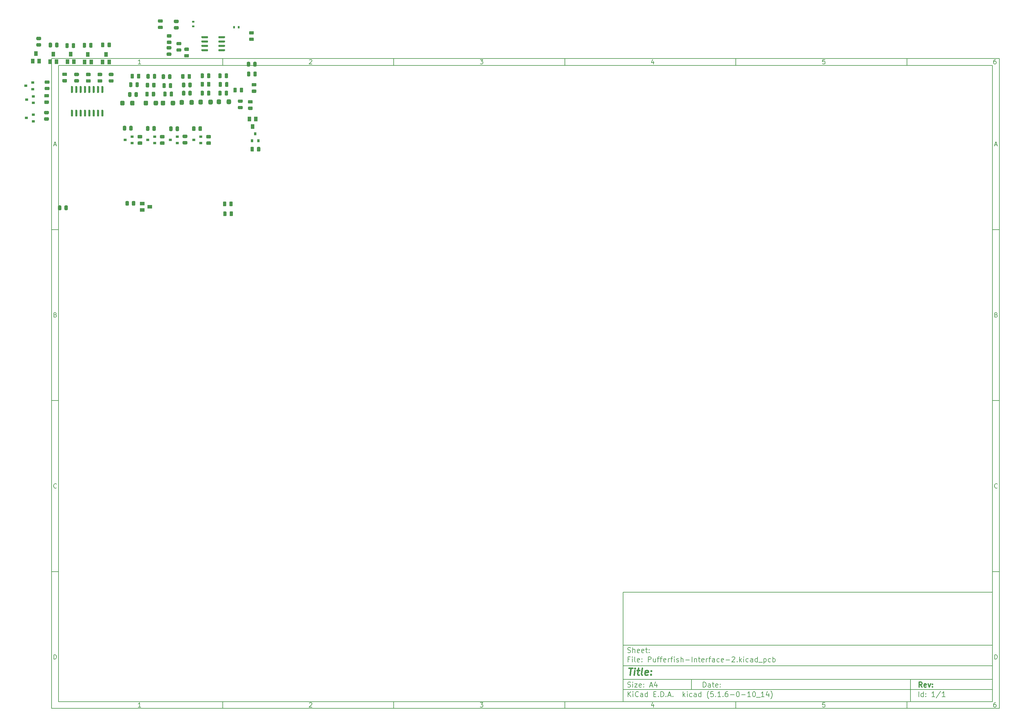
<source format=gbr>
G04 #@! TF.GenerationSoftware,KiCad,Pcbnew,(5.1.6-0-10_14)*
G04 #@! TF.CreationDate,2020-10-01T10:53:29-04:00*
G04 #@! TF.ProjectId,Pufferfish-Interface-2,50756666-6572-4666-9973-682d496e7465,rev?*
G04 #@! TF.SameCoordinates,Original*
G04 #@! TF.FileFunction,Paste,Top*
G04 #@! TF.FilePolarity,Positive*
%FSLAX46Y46*%
G04 Gerber Fmt 4.6, Leading zero omitted, Abs format (unit mm)*
G04 Created by KiCad (PCBNEW (5.1.6-0-10_14)) date 2020-10-01 10:53:29*
%MOMM*%
%LPD*%
G01*
G04 APERTURE LIST*
%ADD10C,0.100000*%
%ADD11C,0.150000*%
%ADD12C,0.300000*%
%ADD13C,0.400000*%
%ADD14R,0.800000X0.900000*%
%ADD15R,1.000000X1.400000*%
%ADD16R,0.600000X0.700000*%
%ADD17R,0.700000X0.600000*%
%ADD18R,1.400000X1.000000*%
%ADD19R,0.900000X0.800000*%
G04 APERTURE END LIST*
D10*
D11*
X177002200Y-166007200D02*
X177002200Y-198007200D01*
X285002200Y-198007200D01*
X285002200Y-166007200D01*
X177002200Y-166007200D01*
D10*
D11*
X10000000Y-10000000D02*
X10000000Y-200007200D01*
X287002200Y-200007200D01*
X287002200Y-10000000D01*
X10000000Y-10000000D01*
D10*
D11*
X12000000Y-12000000D02*
X12000000Y-198007200D01*
X285002200Y-198007200D01*
X285002200Y-12000000D01*
X12000000Y-12000000D01*
D10*
D11*
X60000000Y-12000000D02*
X60000000Y-10000000D01*
D10*
D11*
X110000000Y-12000000D02*
X110000000Y-10000000D01*
D10*
D11*
X160000000Y-12000000D02*
X160000000Y-10000000D01*
D10*
D11*
X210000000Y-12000000D02*
X210000000Y-10000000D01*
D10*
D11*
X260000000Y-12000000D02*
X260000000Y-10000000D01*
D10*
D11*
X36065476Y-11588095D02*
X35322619Y-11588095D01*
X35694047Y-11588095D02*
X35694047Y-10288095D01*
X35570238Y-10473809D01*
X35446428Y-10597619D01*
X35322619Y-10659523D01*
D10*
D11*
X85322619Y-10411904D02*
X85384523Y-10350000D01*
X85508333Y-10288095D01*
X85817857Y-10288095D01*
X85941666Y-10350000D01*
X86003571Y-10411904D01*
X86065476Y-10535714D01*
X86065476Y-10659523D01*
X86003571Y-10845238D01*
X85260714Y-11588095D01*
X86065476Y-11588095D01*
D10*
D11*
X135260714Y-10288095D02*
X136065476Y-10288095D01*
X135632142Y-10783333D01*
X135817857Y-10783333D01*
X135941666Y-10845238D01*
X136003571Y-10907142D01*
X136065476Y-11030952D01*
X136065476Y-11340476D01*
X136003571Y-11464285D01*
X135941666Y-11526190D01*
X135817857Y-11588095D01*
X135446428Y-11588095D01*
X135322619Y-11526190D01*
X135260714Y-11464285D01*
D10*
D11*
X185941666Y-10721428D02*
X185941666Y-11588095D01*
X185632142Y-10226190D02*
X185322619Y-11154761D01*
X186127380Y-11154761D01*
D10*
D11*
X236003571Y-10288095D02*
X235384523Y-10288095D01*
X235322619Y-10907142D01*
X235384523Y-10845238D01*
X235508333Y-10783333D01*
X235817857Y-10783333D01*
X235941666Y-10845238D01*
X236003571Y-10907142D01*
X236065476Y-11030952D01*
X236065476Y-11340476D01*
X236003571Y-11464285D01*
X235941666Y-11526190D01*
X235817857Y-11588095D01*
X235508333Y-11588095D01*
X235384523Y-11526190D01*
X235322619Y-11464285D01*
D10*
D11*
X285941666Y-10288095D02*
X285694047Y-10288095D01*
X285570238Y-10350000D01*
X285508333Y-10411904D01*
X285384523Y-10597619D01*
X285322619Y-10845238D01*
X285322619Y-11340476D01*
X285384523Y-11464285D01*
X285446428Y-11526190D01*
X285570238Y-11588095D01*
X285817857Y-11588095D01*
X285941666Y-11526190D01*
X286003571Y-11464285D01*
X286065476Y-11340476D01*
X286065476Y-11030952D01*
X286003571Y-10907142D01*
X285941666Y-10845238D01*
X285817857Y-10783333D01*
X285570238Y-10783333D01*
X285446428Y-10845238D01*
X285384523Y-10907142D01*
X285322619Y-11030952D01*
D10*
D11*
X60000000Y-198007200D02*
X60000000Y-200007200D01*
D10*
D11*
X110000000Y-198007200D02*
X110000000Y-200007200D01*
D10*
D11*
X160000000Y-198007200D02*
X160000000Y-200007200D01*
D10*
D11*
X210000000Y-198007200D02*
X210000000Y-200007200D01*
D10*
D11*
X260000000Y-198007200D02*
X260000000Y-200007200D01*
D10*
D11*
X36065476Y-199595295D02*
X35322619Y-199595295D01*
X35694047Y-199595295D02*
X35694047Y-198295295D01*
X35570238Y-198481009D01*
X35446428Y-198604819D01*
X35322619Y-198666723D01*
D10*
D11*
X85322619Y-198419104D02*
X85384523Y-198357200D01*
X85508333Y-198295295D01*
X85817857Y-198295295D01*
X85941666Y-198357200D01*
X86003571Y-198419104D01*
X86065476Y-198542914D01*
X86065476Y-198666723D01*
X86003571Y-198852438D01*
X85260714Y-199595295D01*
X86065476Y-199595295D01*
D10*
D11*
X135260714Y-198295295D02*
X136065476Y-198295295D01*
X135632142Y-198790533D01*
X135817857Y-198790533D01*
X135941666Y-198852438D01*
X136003571Y-198914342D01*
X136065476Y-199038152D01*
X136065476Y-199347676D01*
X136003571Y-199471485D01*
X135941666Y-199533390D01*
X135817857Y-199595295D01*
X135446428Y-199595295D01*
X135322619Y-199533390D01*
X135260714Y-199471485D01*
D10*
D11*
X185941666Y-198728628D02*
X185941666Y-199595295D01*
X185632142Y-198233390D02*
X185322619Y-199161961D01*
X186127380Y-199161961D01*
D10*
D11*
X236003571Y-198295295D02*
X235384523Y-198295295D01*
X235322619Y-198914342D01*
X235384523Y-198852438D01*
X235508333Y-198790533D01*
X235817857Y-198790533D01*
X235941666Y-198852438D01*
X236003571Y-198914342D01*
X236065476Y-199038152D01*
X236065476Y-199347676D01*
X236003571Y-199471485D01*
X235941666Y-199533390D01*
X235817857Y-199595295D01*
X235508333Y-199595295D01*
X235384523Y-199533390D01*
X235322619Y-199471485D01*
D10*
D11*
X285941666Y-198295295D02*
X285694047Y-198295295D01*
X285570238Y-198357200D01*
X285508333Y-198419104D01*
X285384523Y-198604819D01*
X285322619Y-198852438D01*
X285322619Y-199347676D01*
X285384523Y-199471485D01*
X285446428Y-199533390D01*
X285570238Y-199595295D01*
X285817857Y-199595295D01*
X285941666Y-199533390D01*
X286003571Y-199471485D01*
X286065476Y-199347676D01*
X286065476Y-199038152D01*
X286003571Y-198914342D01*
X285941666Y-198852438D01*
X285817857Y-198790533D01*
X285570238Y-198790533D01*
X285446428Y-198852438D01*
X285384523Y-198914342D01*
X285322619Y-199038152D01*
D10*
D11*
X10000000Y-60000000D02*
X12000000Y-60000000D01*
D10*
D11*
X10000000Y-110000000D02*
X12000000Y-110000000D01*
D10*
D11*
X10000000Y-160000000D02*
X12000000Y-160000000D01*
D10*
D11*
X10690476Y-35216666D02*
X11309523Y-35216666D01*
X10566666Y-35588095D02*
X11000000Y-34288095D01*
X11433333Y-35588095D01*
D10*
D11*
X11092857Y-84907142D02*
X11278571Y-84969047D01*
X11340476Y-85030952D01*
X11402380Y-85154761D01*
X11402380Y-85340476D01*
X11340476Y-85464285D01*
X11278571Y-85526190D01*
X11154761Y-85588095D01*
X10659523Y-85588095D01*
X10659523Y-84288095D01*
X11092857Y-84288095D01*
X11216666Y-84350000D01*
X11278571Y-84411904D01*
X11340476Y-84535714D01*
X11340476Y-84659523D01*
X11278571Y-84783333D01*
X11216666Y-84845238D01*
X11092857Y-84907142D01*
X10659523Y-84907142D01*
D10*
D11*
X11402380Y-135464285D02*
X11340476Y-135526190D01*
X11154761Y-135588095D01*
X11030952Y-135588095D01*
X10845238Y-135526190D01*
X10721428Y-135402380D01*
X10659523Y-135278571D01*
X10597619Y-135030952D01*
X10597619Y-134845238D01*
X10659523Y-134597619D01*
X10721428Y-134473809D01*
X10845238Y-134350000D01*
X11030952Y-134288095D01*
X11154761Y-134288095D01*
X11340476Y-134350000D01*
X11402380Y-134411904D01*
D10*
D11*
X10659523Y-185588095D02*
X10659523Y-184288095D01*
X10969047Y-184288095D01*
X11154761Y-184350000D01*
X11278571Y-184473809D01*
X11340476Y-184597619D01*
X11402380Y-184845238D01*
X11402380Y-185030952D01*
X11340476Y-185278571D01*
X11278571Y-185402380D01*
X11154761Y-185526190D01*
X10969047Y-185588095D01*
X10659523Y-185588095D01*
D10*
D11*
X287002200Y-60000000D02*
X285002200Y-60000000D01*
D10*
D11*
X287002200Y-110000000D02*
X285002200Y-110000000D01*
D10*
D11*
X287002200Y-160000000D02*
X285002200Y-160000000D01*
D10*
D11*
X285692676Y-35216666D02*
X286311723Y-35216666D01*
X285568866Y-35588095D02*
X286002200Y-34288095D01*
X286435533Y-35588095D01*
D10*
D11*
X286095057Y-84907142D02*
X286280771Y-84969047D01*
X286342676Y-85030952D01*
X286404580Y-85154761D01*
X286404580Y-85340476D01*
X286342676Y-85464285D01*
X286280771Y-85526190D01*
X286156961Y-85588095D01*
X285661723Y-85588095D01*
X285661723Y-84288095D01*
X286095057Y-84288095D01*
X286218866Y-84350000D01*
X286280771Y-84411904D01*
X286342676Y-84535714D01*
X286342676Y-84659523D01*
X286280771Y-84783333D01*
X286218866Y-84845238D01*
X286095057Y-84907142D01*
X285661723Y-84907142D01*
D10*
D11*
X286404580Y-135464285D02*
X286342676Y-135526190D01*
X286156961Y-135588095D01*
X286033152Y-135588095D01*
X285847438Y-135526190D01*
X285723628Y-135402380D01*
X285661723Y-135278571D01*
X285599819Y-135030952D01*
X285599819Y-134845238D01*
X285661723Y-134597619D01*
X285723628Y-134473809D01*
X285847438Y-134350000D01*
X286033152Y-134288095D01*
X286156961Y-134288095D01*
X286342676Y-134350000D01*
X286404580Y-134411904D01*
D10*
D11*
X285661723Y-185588095D02*
X285661723Y-184288095D01*
X285971247Y-184288095D01*
X286156961Y-184350000D01*
X286280771Y-184473809D01*
X286342676Y-184597619D01*
X286404580Y-184845238D01*
X286404580Y-185030952D01*
X286342676Y-185278571D01*
X286280771Y-185402380D01*
X286156961Y-185526190D01*
X285971247Y-185588095D01*
X285661723Y-185588095D01*
D10*
D11*
X200434342Y-193785771D02*
X200434342Y-192285771D01*
X200791485Y-192285771D01*
X201005771Y-192357200D01*
X201148628Y-192500057D01*
X201220057Y-192642914D01*
X201291485Y-192928628D01*
X201291485Y-193142914D01*
X201220057Y-193428628D01*
X201148628Y-193571485D01*
X201005771Y-193714342D01*
X200791485Y-193785771D01*
X200434342Y-193785771D01*
X202577200Y-193785771D02*
X202577200Y-193000057D01*
X202505771Y-192857200D01*
X202362914Y-192785771D01*
X202077200Y-192785771D01*
X201934342Y-192857200D01*
X202577200Y-193714342D02*
X202434342Y-193785771D01*
X202077200Y-193785771D01*
X201934342Y-193714342D01*
X201862914Y-193571485D01*
X201862914Y-193428628D01*
X201934342Y-193285771D01*
X202077200Y-193214342D01*
X202434342Y-193214342D01*
X202577200Y-193142914D01*
X203077200Y-192785771D02*
X203648628Y-192785771D01*
X203291485Y-192285771D02*
X203291485Y-193571485D01*
X203362914Y-193714342D01*
X203505771Y-193785771D01*
X203648628Y-193785771D01*
X204720057Y-193714342D02*
X204577200Y-193785771D01*
X204291485Y-193785771D01*
X204148628Y-193714342D01*
X204077200Y-193571485D01*
X204077200Y-193000057D01*
X204148628Y-192857200D01*
X204291485Y-192785771D01*
X204577200Y-192785771D01*
X204720057Y-192857200D01*
X204791485Y-193000057D01*
X204791485Y-193142914D01*
X204077200Y-193285771D01*
X205434342Y-193642914D02*
X205505771Y-193714342D01*
X205434342Y-193785771D01*
X205362914Y-193714342D01*
X205434342Y-193642914D01*
X205434342Y-193785771D01*
X205434342Y-192857200D02*
X205505771Y-192928628D01*
X205434342Y-193000057D01*
X205362914Y-192928628D01*
X205434342Y-192857200D01*
X205434342Y-193000057D01*
D10*
D11*
X177002200Y-194507200D02*
X285002200Y-194507200D01*
D10*
D11*
X178434342Y-196585771D02*
X178434342Y-195085771D01*
X179291485Y-196585771D02*
X178648628Y-195728628D01*
X179291485Y-195085771D02*
X178434342Y-195942914D01*
X179934342Y-196585771D02*
X179934342Y-195585771D01*
X179934342Y-195085771D02*
X179862914Y-195157200D01*
X179934342Y-195228628D01*
X180005771Y-195157200D01*
X179934342Y-195085771D01*
X179934342Y-195228628D01*
X181505771Y-196442914D02*
X181434342Y-196514342D01*
X181220057Y-196585771D01*
X181077200Y-196585771D01*
X180862914Y-196514342D01*
X180720057Y-196371485D01*
X180648628Y-196228628D01*
X180577200Y-195942914D01*
X180577200Y-195728628D01*
X180648628Y-195442914D01*
X180720057Y-195300057D01*
X180862914Y-195157200D01*
X181077200Y-195085771D01*
X181220057Y-195085771D01*
X181434342Y-195157200D01*
X181505771Y-195228628D01*
X182791485Y-196585771D02*
X182791485Y-195800057D01*
X182720057Y-195657200D01*
X182577200Y-195585771D01*
X182291485Y-195585771D01*
X182148628Y-195657200D01*
X182791485Y-196514342D02*
X182648628Y-196585771D01*
X182291485Y-196585771D01*
X182148628Y-196514342D01*
X182077200Y-196371485D01*
X182077200Y-196228628D01*
X182148628Y-196085771D01*
X182291485Y-196014342D01*
X182648628Y-196014342D01*
X182791485Y-195942914D01*
X184148628Y-196585771D02*
X184148628Y-195085771D01*
X184148628Y-196514342D02*
X184005771Y-196585771D01*
X183720057Y-196585771D01*
X183577200Y-196514342D01*
X183505771Y-196442914D01*
X183434342Y-196300057D01*
X183434342Y-195871485D01*
X183505771Y-195728628D01*
X183577200Y-195657200D01*
X183720057Y-195585771D01*
X184005771Y-195585771D01*
X184148628Y-195657200D01*
X186005771Y-195800057D02*
X186505771Y-195800057D01*
X186720057Y-196585771D02*
X186005771Y-196585771D01*
X186005771Y-195085771D01*
X186720057Y-195085771D01*
X187362914Y-196442914D02*
X187434342Y-196514342D01*
X187362914Y-196585771D01*
X187291485Y-196514342D01*
X187362914Y-196442914D01*
X187362914Y-196585771D01*
X188077200Y-196585771D02*
X188077200Y-195085771D01*
X188434342Y-195085771D01*
X188648628Y-195157200D01*
X188791485Y-195300057D01*
X188862914Y-195442914D01*
X188934342Y-195728628D01*
X188934342Y-195942914D01*
X188862914Y-196228628D01*
X188791485Y-196371485D01*
X188648628Y-196514342D01*
X188434342Y-196585771D01*
X188077200Y-196585771D01*
X189577200Y-196442914D02*
X189648628Y-196514342D01*
X189577200Y-196585771D01*
X189505771Y-196514342D01*
X189577200Y-196442914D01*
X189577200Y-196585771D01*
X190220057Y-196157200D02*
X190934342Y-196157200D01*
X190077200Y-196585771D02*
X190577200Y-195085771D01*
X191077200Y-196585771D01*
X191577200Y-196442914D02*
X191648628Y-196514342D01*
X191577200Y-196585771D01*
X191505771Y-196514342D01*
X191577200Y-196442914D01*
X191577200Y-196585771D01*
X194577200Y-196585771D02*
X194577200Y-195085771D01*
X194720057Y-196014342D02*
X195148628Y-196585771D01*
X195148628Y-195585771D02*
X194577200Y-196157200D01*
X195791485Y-196585771D02*
X195791485Y-195585771D01*
X195791485Y-195085771D02*
X195720057Y-195157200D01*
X195791485Y-195228628D01*
X195862914Y-195157200D01*
X195791485Y-195085771D01*
X195791485Y-195228628D01*
X197148628Y-196514342D02*
X197005771Y-196585771D01*
X196720057Y-196585771D01*
X196577200Y-196514342D01*
X196505771Y-196442914D01*
X196434342Y-196300057D01*
X196434342Y-195871485D01*
X196505771Y-195728628D01*
X196577200Y-195657200D01*
X196720057Y-195585771D01*
X197005771Y-195585771D01*
X197148628Y-195657200D01*
X198434342Y-196585771D02*
X198434342Y-195800057D01*
X198362914Y-195657200D01*
X198220057Y-195585771D01*
X197934342Y-195585771D01*
X197791485Y-195657200D01*
X198434342Y-196514342D02*
X198291485Y-196585771D01*
X197934342Y-196585771D01*
X197791485Y-196514342D01*
X197720057Y-196371485D01*
X197720057Y-196228628D01*
X197791485Y-196085771D01*
X197934342Y-196014342D01*
X198291485Y-196014342D01*
X198434342Y-195942914D01*
X199791485Y-196585771D02*
X199791485Y-195085771D01*
X199791485Y-196514342D02*
X199648628Y-196585771D01*
X199362914Y-196585771D01*
X199220057Y-196514342D01*
X199148628Y-196442914D01*
X199077200Y-196300057D01*
X199077200Y-195871485D01*
X199148628Y-195728628D01*
X199220057Y-195657200D01*
X199362914Y-195585771D01*
X199648628Y-195585771D01*
X199791485Y-195657200D01*
X202077200Y-197157200D02*
X202005771Y-197085771D01*
X201862914Y-196871485D01*
X201791485Y-196728628D01*
X201720057Y-196514342D01*
X201648628Y-196157200D01*
X201648628Y-195871485D01*
X201720057Y-195514342D01*
X201791485Y-195300057D01*
X201862914Y-195157200D01*
X202005771Y-194942914D01*
X202077200Y-194871485D01*
X203362914Y-195085771D02*
X202648628Y-195085771D01*
X202577200Y-195800057D01*
X202648628Y-195728628D01*
X202791485Y-195657200D01*
X203148628Y-195657200D01*
X203291485Y-195728628D01*
X203362914Y-195800057D01*
X203434342Y-195942914D01*
X203434342Y-196300057D01*
X203362914Y-196442914D01*
X203291485Y-196514342D01*
X203148628Y-196585771D01*
X202791485Y-196585771D01*
X202648628Y-196514342D01*
X202577200Y-196442914D01*
X204077200Y-196442914D02*
X204148628Y-196514342D01*
X204077200Y-196585771D01*
X204005771Y-196514342D01*
X204077200Y-196442914D01*
X204077200Y-196585771D01*
X205577200Y-196585771D02*
X204720057Y-196585771D01*
X205148628Y-196585771D02*
X205148628Y-195085771D01*
X205005771Y-195300057D01*
X204862914Y-195442914D01*
X204720057Y-195514342D01*
X206220057Y-196442914D02*
X206291485Y-196514342D01*
X206220057Y-196585771D01*
X206148628Y-196514342D01*
X206220057Y-196442914D01*
X206220057Y-196585771D01*
X207577200Y-195085771D02*
X207291485Y-195085771D01*
X207148628Y-195157200D01*
X207077200Y-195228628D01*
X206934342Y-195442914D01*
X206862914Y-195728628D01*
X206862914Y-196300057D01*
X206934342Y-196442914D01*
X207005771Y-196514342D01*
X207148628Y-196585771D01*
X207434342Y-196585771D01*
X207577200Y-196514342D01*
X207648628Y-196442914D01*
X207720057Y-196300057D01*
X207720057Y-195942914D01*
X207648628Y-195800057D01*
X207577200Y-195728628D01*
X207434342Y-195657200D01*
X207148628Y-195657200D01*
X207005771Y-195728628D01*
X206934342Y-195800057D01*
X206862914Y-195942914D01*
X208362914Y-196014342D02*
X209505771Y-196014342D01*
X210505771Y-195085771D02*
X210648628Y-195085771D01*
X210791485Y-195157200D01*
X210862914Y-195228628D01*
X210934342Y-195371485D01*
X211005771Y-195657200D01*
X211005771Y-196014342D01*
X210934342Y-196300057D01*
X210862914Y-196442914D01*
X210791485Y-196514342D01*
X210648628Y-196585771D01*
X210505771Y-196585771D01*
X210362914Y-196514342D01*
X210291485Y-196442914D01*
X210220057Y-196300057D01*
X210148628Y-196014342D01*
X210148628Y-195657200D01*
X210220057Y-195371485D01*
X210291485Y-195228628D01*
X210362914Y-195157200D01*
X210505771Y-195085771D01*
X211648628Y-196014342D02*
X212791485Y-196014342D01*
X214291485Y-196585771D02*
X213434342Y-196585771D01*
X213862914Y-196585771D02*
X213862914Y-195085771D01*
X213720057Y-195300057D01*
X213577200Y-195442914D01*
X213434342Y-195514342D01*
X215220057Y-195085771D02*
X215362914Y-195085771D01*
X215505771Y-195157200D01*
X215577200Y-195228628D01*
X215648628Y-195371485D01*
X215720057Y-195657200D01*
X215720057Y-196014342D01*
X215648628Y-196300057D01*
X215577200Y-196442914D01*
X215505771Y-196514342D01*
X215362914Y-196585771D01*
X215220057Y-196585771D01*
X215077200Y-196514342D01*
X215005771Y-196442914D01*
X214934342Y-196300057D01*
X214862914Y-196014342D01*
X214862914Y-195657200D01*
X214934342Y-195371485D01*
X215005771Y-195228628D01*
X215077200Y-195157200D01*
X215220057Y-195085771D01*
X216005771Y-196728628D02*
X217148628Y-196728628D01*
X218291485Y-196585771D02*
X217434342Y-196585771D01*
X217862914Y-196585771D02*
X217862914Y-195085771D01*
X217720057Y-195300057D01*
X217577200Y-195442914D01*
X217434342Y-195514342D01*
X219577200Y-195585771D02*
X219577200Y-196585771D01*
X219220057Y-195014342D02*
X218862914Y-196085771D01*
X219791485Y-196085771D01*
X220220057Y-197157200D02*
X220291485Y-197085771D01*
X220434342Y-196871485D01*
X220505771Y-196728628D01*
X220577200Y-196514342D01*
X220648628Y-196157200D01*
X220648628Y-195871485D01*
X220577200Y-195514342D01*
X220505771Y-195300057D01*
X220434342Y-195157200D01*
X220291485Y-194942914D01*
X220220057Y-194871485D01*
D10*
D11*
X177002200Y-191507200D02*
X285002200Y-191507200D01*
D10*
D12*
X264411485Y-193785771D02*
X263911485Y-193071485D01*
X263554342Y-193785771D02*
X263554342Y-192285771D01*
X264125771Y-192285771D01*
X264268628Y-192357200D01*
X264340057Y-192428628D01*
X264411485Y-192571485D01*
X264411485Y-192785771D01*
X264340057Y-192928628D01*
X264268628Y-193000057D01*
X264125771Y-193071485D01*
X263554342Y-193071485D01*
X265625771Y-193714342D02*
X265482914Y-193785771D01*
X265197200Y-193785771D01*
X265054342Y-193714342D01*
X264982914Y-193571485D01*
X264982914Y-193000057D01*
X265054342Y-192857200D01*
X265197200Y-192785771D01*
X265482914Y-192785771D01*
X265625771Y-192857200D01*
X265697200Y-193000057D01*
X265697200Y-193142914D01*
X264982914Y-193285771D01*
X266197200Y-192785771D02*
X266554342Y-193785771D01*
X266911485Y-192785771D01*
X267482914Y-193642914D02*
X267554342Y-193714342D01*
X267482914Y-193785771D01*
X267411485Y-193714342D01*
X267482914Y-193642914D01*
X267482914Y-193785771D01*
X267482914Y-192857200D02*
X267554342Y-192928628D01*
X267482914Y-193000057D01*
X267411485Y-192928628D01*
X267482914Y-192857200D01*
X267482914Y-193000057D01*
D10*
D11*
X178362914Y-193714342D02*
X178577200Y-193785771D01*
X178934342Y-193785771D01*
X179077200Y-193714342D01*
X179148628Y-193642914D01*
X179220057Y-193500057D01*
X179220057Y-193357200D01*
X179148628Y-193214342D01*
X179077200Y-193142914D01*
X178934342Y-193071485D01*
X178648628Y-193000057D01*
X178505771Y-192928628D01*
X178434342Y-192857200D01*
X178362914Y-192714342D01*
X178362914Y-192571485D01*
X178434342Y-192428628D01*
X178505771Y-192357200D01*
X178648628Y-192285771D01*
X179005771Y-192285771D01*
X179220057Y-192357200D01*
X179862914Y-193785771D02*
X179862914Y-192785771D01*
X179862914Y-192285771D02*
X179791485Y-192357200D01*
X179862914Y-192428628D01*
X179934342Y-192357200D01*
X179862914Y-192285771D01*
X179862914Y-192428628D01*
X180434342Y-192785771D02*
X181220057Y-192785771D01*
X180434342Y-193785771D01*
X181220057Y-193785771D01*
X182362914Y-193714342D02*
X182220057Y-193785771D01*
X181934342Y-193785771D01*
X181791485Y-193714342D01*
X181720057Y-193571485D01*
X181720057Y-193000057D01*
X181791485Y-192857200D01*
X181934342Y-192785771D01*
X182220057Y-192785771D01*
X182362914Y-192857200D01*
X182434342Y-193000057D01*
X182434342Y-193142914D01*
X181720057Y-193285771D01*
X183077200Y-193642914D02*
X183148628Y-193714342D01*
X183077200Y-193785771D01*
X183005771Y-193714342D01*
X183077200Y-193642914D01*
X183077200Y-193785771D01*
X183077200Y-192857200D02*
X183148628Y-192928628D01*
X183077200Y-193000057D01*
X183005771Y-192928628D01*
X183077200Y-192857200D01*
X183077200Y-193000057D01*
X184862914Y-193357200D02*
X185577200Y-193357200D01*
X184720057Y-193785771D02*
X185220057Y-192285771D01*
X185720057Y-193785771D01*
X186862914Y-192785771D02*
X186862914Y-193785771D01*
X186505771Y-192214342D02*
X186148628Y-193285771D01*
X187077200Y-193285771D01*
D10*
D11*
X263434342Y-196585771D02*
X263434342Y-195085771D01*
X264791485Y-196585771D02*
X264791485Y-195085771D01*
X264791485Y-196514342D02*
X264648628Y-196585771D01*
X264362914Y-196585771D01*
X264220057Y-196514342D01*
X264148628Y-196442914D01*
X264077200Y-196300057D01*
X264077200Y-195871485D01*
X264148628Y-195728628D01*
X264220057Y-195657200D01*
X264362914Y-195585771D01*
X264648628Y-195585771D01*
X264791485Y-195657200D01*
X265505771Y-196442914D02*
X265577200Y-196514342D01*
X265505771Y-196585771D01*
X265434342Y-196514342D01*
X265505771Y-196442914D01*
X265505771Y-196585771D01*
X265505771Y-195657200D02*
X265577200Y-195728628D01*
X265505771Y-195800057D01*
X265434342Y-195728628D01*
X265505771Y-195657200D01*
X265505771Y-195800057D01*
X268148628Y-196585771D02*
X267291485Y-196585771D01*
X267720057Y-196585771D02*
X267720057Y-195085771D01*
X267577200Y-195300057D01*
X267434342Y-195442914D01*
X267291485Y-195514342D01*
X269862914Y-195014342D02*
X268577200Y-196942914D01*
X271148628Y-196585771D02*
X270291485Y-196585771D01*
X270720057Y-196585771D02*
X270720057Y-195085771D01*
X270577200Y-195300057D01*
X270434342Y-195442914D01*
X270291485Y-195514342D01*
D10*
D11*
X177002200Y-187507200D02*
X285002200Y-187507200D01*
D10*
D13*
X178714580Y-188211961D02*
X179857438Y-188211961D01*
X179036009Y-190211961D02*
X179286009Y-188211961D01*
X180274104Y-190211961D02*
X180440771Y-188878628D01*
X180524104Y-188211961D02*
X180416961Y-188307200D01*
X180500295Y-188402438D01*
X180607438Y-188307200D01*
X180524104Y-188211961D01*
X180500295Y-188402438D01*
X181107438Y-188878628D02*
X181869342Y-188878628D01*
X181476485Y-188211961D02*
X181262200Y-189926247D01*
X181333628Y-190116723D01*
X181512200Y-190211961D01*
X181702676Y-190211961D01*
X182655057Y-190211961D02*
X182476485Y-190116723D01*
X182405057Y-189926247D01*
X182619342Y-188211961D01*
X184190771Y-190116723D02*
X183988390Y-190211961D01*
X183607438Y-190211961D01*
X183428866Y-190116723D01*
X183357438Y-189926247D01*
X183452676Y-189164342D01*
X183571723Y-188973866D01*
X183774104Y-188878628D01*
X184155057Y-188878628D01*
X184333628Y-188973866D01*
X184405057Y-189164342D01*
X184381247Y-189354819D01*
X183405057Y-189545295D01*
X185155057Y-190021485D02*
X185238390Y-190116723D01*
X185131247Y-190211961D01*
X185047914Y-190116723D01*
X185155057Y-190021485D01*
X185131247Y-190211961D01*
X185286009Y-188973866D02*
X185369342Y-189069104D01*
X185262200Y-189164342D01*
X185178866Y-189069104D01*
X185286009Y-188973866D01*
X185262200Y-189164342D01*
D10*
D11*
X178934342Y-185600057D02*
X178434342Y-185600057D01*
X178434342Y-186385771D02*
X178434342Y-184885771D01*
X179148628Y-184885771D01*
X179720057Y-186385771D02*
X179720057Y-185385771D01*
X179720057Y-184885771D02*
X179648628Y-184957200D01*
X179720057Y-185028628D01*
X179791485Y-184957200D01*
X179720057Y-184885771D01*
X179720057Y-185028628D01*
X180648628Y-186385771D02*
X180505771Y-186314342D01*
X180434342Y-186171485D01*
X180434342Y-184885771D01*
X181791485Y-186314342D02*
X181648628Y-186385771D01*
X181362914Y-186385771D01*
X181220057Y-186314342D01*
X181148628Y-186171485D01*
X181148628Y-185600057D01*
X181220057Y-185457200D01*
X181362914Y-185385771D01*
X181648628Y-185385771D01*
X181791485Y-185457200D01*
X181862914Y-185600057D01*
X181862914Y-185742914D01*
X181148628Y-185885771D01*
X182505771Y-186242914D02*
X182577200Y-186314342D01*
X182505771Y-186385771D01*
X182434342Y-186314342D01*
X182505771Y-186242914D01*
X182505771Y-186385771D01*
X182505771Y-185457200D02*
X182577200Y-185528628D01*
X182505771Y-185600057D01*
X182434342Y-185528628D01*
X182505771Y-185457200D01*
X182505771Y-185600057D01*
X184362914Y-186385771D02*
X184362914Y-184885771D01*
X184934342Y-184885771D01*
X185077200Y-184957200D01*
X185148628Y-185028628D01*
X185220057Y-185171485D01*
X185220057Y-185385771D01*
X185148628Y-185528628D01*
X185077200Y-185600057D01*
X184934342Y-185671485D01*
X184362914Y-185671485D01*
X186505771Y-185385771D02*
X186505771Y-186385771D01*
X185862914Y-185385771D02*
X185862914Y-186171485D01*
X185934342Y-186314342D01*
X186077200Y-186385771D01*
X186291485Y-186385771D01*
X186434342Y-186314342D01*
X186505771Y-186242914D01*
X187005771Y-185385771D02*
X187577200Y-185385771D01*
X187220057Y-186385771D02*
X187220057Y-185100057D01*
X187291485Y-184957200D01*
X187434342Y-184885771D01*
X187577200Y-184885771D01*
X187862914Y-185385771D02*
X188434342Y-185385771D01*
X188077200Y-186385771D02*
X188077200Y-185100057D01*
X188148628Y-184957200D01*
X188291485Y-184885771D01*
X188434342Y-184885771D01*
X189505771Y-186314342D02*
X189362914Y-186385771D01*
X189077200Y-186385771D01*
X188934342Y-186314342D01*
X188862914Y-186171485D01*
X188862914Y-185600057D01*
X188934342Y-185457200D01*
X189077200Y-185385771D01*
X189362914Y-185385771D01*
X189505771Y-185457200D01*
X189577200Y-185600057D01*
X189577200Y-185742914D01*
X188862914Y-185885771D01*
X190220057Y-186385771D02*
X190220057Y-185385771D01*
X190220057Y-185671485D02*
X190291485Y-185528628D01*
X190362914Y-185457200D01*
X190505771Y-185385771D01*
X190648628Y-185385771D01*
X190934342Y-185385771D02*
X191505771Y-185385771D01*
X191148628Y-186385771D02*
X191148628Y-185100057D01*
X191220057Y-184957200D01*
X191362914Y-184885771D01*
X191505771Y-184885771D01*
X192005771Y-186385771D02*
X192005771Y-185385771D01*
X192005771Y-184885771D02*
X191934342Y-184957200D01*
X192005771Y-185028628D01*
X192077200Y-184957200D01*
X192005771Y-184885771D01*
X192005771Y-185028628D01*
X192648628Y-186314342D02*
X192791485Y-186385771D01*
X193077200Y-186385771D01*
X193220057Y-186314342D01*
X193291485Y-186171485D01*
X193291485Y-186100057D01*
X193220057Y-185957200D01*
X193077200Y-185885771D01*
X192862914Y-185885771D01*
X192720057Y-185814342D01*
X192648628Y-185671485D01*
X192648628Y-185600057D01*
X192720057Y-185457200D01*
X192862914Y-185385771D01*
X193077200Y-185385771D01*
X193220057Y-185457200D01*
X193934342Y-186385771D02*
X193934342Y-184885771D01*
X194577200Y-186385771D02*
X194577200Y-185600057D01*
X194505771Y-185457200D01*
X194362914Y-185385771D01*
X194148628Y-185385771D01*
X194005771Y-185457200D01*
X193934342Y-185528628D01*
X195291485Y-185814342D02*
X196434342Y-185814342D01*
X197148628Y-186385771D02*
X197148628Y-184885771D01*
X197862914Y-185385771D02*
X197862914Y-186385771D01*
X197862914Y-185528628D02*
X197934342Y-185457200D01*
X198077200Y-185385771D01*
X198291485Y-185385771D01*
X198434342Y-185457200D01*
X198505771Y-185600057D01*
X198505771Y-186385771D01*
X199005771Y-185385771D02*
X199577200Y-185385771D01*
X199220057Y-184885771D02*
X199220057Y-186171485D01*
X199291485Y-186314342D01*
X199434342Y-186385771D01*
X199577200Y-186385771D01*
X200648628Y-186314342D02*
X200505771Y-186385771D01*
X200220057Y-186385771D01*
X200077200Y-186314342D01*
X200005771Y-186171485D01*
X200005771Y-185600057D01*
X200077200Y-185457200D01*
X200220057Y-185385771D01*
X200505771Y-185385771D01*
X200648628Y-185457200D01*
X200720057Y-185600057D01*
X200720057Y-185742914D01*
X200005771Y-185885771D01*
X201362914Y-186385771D02*
X201362914Y-185385771D01*
X201362914Y-185671485D02*
X201434342Y-185528628D01*
X201505771Y-185457200D01*
X201648628Y-185385771D01*
X201791485Y-185385771D01*
X202077200Y-185385771D02*
X202648628Y-185385771D01*
X202291485Y-186385771D02*
X202291485Y-185100057D01*
X202362914Y-184957200D01*
X202505771Y-184885771D01*
X202648628Y-184885771D01*
X203791485Y-186385771D02*
X203791485Y-185600057D01*
X203720057Y-185457200D01*
X203577200Y-185385771D01*
X203291485Y-185385771D01*
X203148628Y-185457200D01*
X203791485Y-186314342D02*
X203648628Y-186385771D01*
X203291485Y-186385771D01*
X203148628Y-186314342D01*
X203077200Y-186171485D01*
X203077200Y-186028628D01*
X203148628Y-185885771D01*
X203291485Y-185814342D01*
X203648628Y-185814342D01*
X203791485Y-185742914D01*
X205148628Y-186314342D02*
X205005771Y-186385771D01*
X204720057Y-186385771D01*
X204577200Y-186314342D01*
X204505771Y-186242914D01*
X204434342Y-186100057D01*
X204434342Y-185671485D01*
X204505771Y-185528628D01*
X204577200Y-185457200D01*
X204720057Y-185385771D01*
X205005771Y-185385771D01*
X205148628Y-185457200D01*
X206362914Y-186314342D02*
X206220057Y-186385771D01*
X205934342Y-186385771D01*
X205791485Y-186314342D01*
X205720057Y-186171485D01*
X205720057Y-185600057D01*
X205791485Y-185457200D01*
X205934342Y-185385771D01*
X206220057Y-185385771D01*
X206362914Y-185457200D01*
X206434342Y-185600057D01*
X206434342Y-185742914D01*
X205720057Y-185885771D01*
X207077200Y-185814342D02*
X208220057Y-185814342D01*
X208862914Y-185028628D02*
X208934342Y-184957200D01*
X209077200Y-184885771D01*
X209434342Y-184885771D01*
X209577200Y-184957200D01*
X209648628Y-185028628D01*
X209720057Y-185171485D01*
X209720057Y-185314342D01*
X209648628Y-185528628D01*
X208791485Y-186385771D01*
X209720057Y-186385771D01*
X210362914Y-186242914D02*
X210434342Y-186314342D01*
X210362914Y-186385771D01*
X210291485Y-186314342D01*
X210362914Y-186242914D01*
X210362914Y-186385771D01*
X211077200Y-186385771D02*
X211077200Y-184885771D01*
X211220057Y-185814342D02*
X211648628Y-186385771D01*
X211648628Y-185385771D02*
X211077200Y-185957200D01*
X212291485Y-186385771D02*
X212291485Y-185385771D01*
X212291485Y-184885771D02*
X212220057Y-184957200D01*
X212291485Y-185028628D01*
X212362914Y-184957200D01*
X212291485Y-184885771D01*
X212291485Y-185028628D01*
X213648628Y-186314342D02*
X213505771Y-186385771D01*
X213220057Y-186385771D01*
X213077200Y-186314342D01*
X213005771Y-186242914D01*
X212934342Y-186100057D01*
X212934342Y-185671485D01*
X213005771Y-185528628D01*
X213077200Y-185457200D01*
X213220057Y-185385771D01*
X213505771Y-185385771D01*
X213648628Y-185457200D01*
X214934342Y-186385771D02*
X214934342Y-185600057D01*
X214862914Y-185457200D01*
X214720057Y-185385771D01*
X214434342Y-185385771D01*
X214291485Y-185457200D01*
X214934342Y-186314342D02*
X214791485Y-186385771D01*
X214434342Y-186385771D01*
X214291485Y-186314342D01*
X214220057Y-186171485D01*
X214220057Y-186028628D01*
X214291485Y-185885771D01*
X214434342Y-185814342D01*
X214791485Y-185814342D01*
X214934342Y-185742914D01*
X216291485Y-186385771D02*
X216291485Y-184885771D01*
X216291485Y-186314342D02*
X216148628Y-186385771D01*
X215862914Y-186385771D01*
X215720057Y-186314342D01*
X215648628Y-186242914D01*
X215577200Y-186100057D01*
X215577200Y-185671485D01*
X215648628Y-185528628D01*
X215720057Y-185457200D01*
X215862914Y-185385771D01*
X216148628Y-185385771D01*
X216291485Y-185457200D01*
X216648628Y-186528628D02*
X217791485Y-186528628D01*
X218148628Y-185385771D02*
X218148628Y-186885771D01*
X218148628Y-185457200D02*
X218291485Y-185385771D01*
X218577200Y-185385771D01*
X218720057Y-185457200D01*
X218791485Y-185528628D01*
X218862914Y-185671485D01*
X218862914Y-186100057D01*
X218791485Y-186242914D01*
X218720057Y-186314342D01*
X218577200Y-186385771D01*
X218291485Y-186385771D01*
X218148628Y-186314342D01*
X220148628Y-186314342D02*
X220005771Y-186385771D01*
X219720057Y-186385771D01*
X219577200Y-186314342D01*
X219505771Y-186242914D01*
X219434342Y-186100057D01*
X219434342Y-185671485D01*
X219505771Y-185528628D01*
X219577200Y-185457200D01*
X219720057Y-185385771D01*
X220005771Y-185385771D01*
X220148628Y-185457200D01*
X220791485Y-186385771D02*
X220791485Y-184885771D01*
X220791485Y-185457200D02*
X220934342Y-185385771D01*
X221220057Y-185385771D01*
X221362914Y-185457200D01*
X221434342Y-185528628D01*
X221505771Y-185671485D01*
X221505771Y-186100057D01*
X221434342Y-186242914D01*
X221362914Y-186314342D01*
X221220057Y-186385771D01*
X220934342Y-186385771D01*
X220791485Y-186314342D01*
D10*
D11*
X177002200Y-181507200D02*
X285002200Y-181507200D01*
D10*
D11*
X178362914Y-183614342D02*
X178577200Y-183685771D01*
X178934342Y-183685771D01*
X179077200Y-183614342D01*
X179148628Y-183542914D01*
X179220057Y-183400057D01*
X179220057Y-183257200D01*
X179148628Y-183114342D01*
X179077200Y-183042914D01*
X178934342Y-182971485D01*
X178648628Y-182900057D01*
X178505771Y-182828628D01*
X178434342Y-182757200D01*
X178362914Y-182614342D01*
X178362914Y-182471485D01*
X178434342Y-182328628D01*
X178505771Y-182257200D01*
X178648628Y-182185771D01*
X179005771Y-182185771D01*
X179220057Y-182257200D01*
X179862914Y-183685771D02*
X179862914Y-182185771D01*
X180505771Y-183685771D02*
X180505771Y-182900057D01*
X180434342Y-182757200D01*
X180291485Y-182685771D01*
X180077200Y-182685771D01*
X179934342Y-182757200D01*
X179862914Y-182828628D01*
X181791485Y-183614342D02*
X181648628Y-183685771D01*
X181362914Y-183685771D01*
X181220057Y-183614342D01*
X181148628Y-183471485D01*
X181148628Y-182900057D01*
X181220057Y-182757200D01*
X181362914Y-182685771D01*
X181648628Y-182685771D01*
X181791485Y-182757200D01*
X181862914Y-182900057D01*
X181862914Y-183042914D01*
X181148628Y-183185771D01*
X183077200Y-183614342D02*
X182934342Y-183685771D01*
X182648628Y-183685771D01*
X182505771Y-183614342D01*
X182434342Y-183471485D01*
X182434342Y-182900057D01*
X182505771Y-182757200D01*
X182648628Y-182685771D01*
X182934342Y-182685771D01*
X183077200Y-182757200D01*
X183148628Y-182900057D01*
X183148628Y-183042914D01*
X182434342Y-183185771D01*
X183577200Y-182685771D02*
X184148628Y-182685771D01*
X183791485Y-182185771D02*
X183791485Y-183471485D01*
X183862914Y-183614342D01*
X184005771Y-183685771D01*
X184148628Y-183685771D01*
X184648628Y-183542914D02*
X184720057Y-183614342D01*
X184648628Y-183685771D01*
X184577200Y-183614342D01*
X184648628Y-183542914D01*
X184648628Y-183685771D01*
X184648628Y-182757200D02*
X184720057Y-182828628D01*
X184648628Y-182900057D01*
X184577200Y-182828628D01*
X184648628Y-182757200D01*
X184648628Y-182900057D01*
D10*
D11*
X197002200Y-191507200D02*
X197002200Y-194507200D01*
D10*
D11*
X261002200Y-191507200D02*
X261002200Y-198007200D01*
G36*
G01*
X49000090Y-8671980D02*
X49912590Y-8671980D01*
G75*
G02*
X50156340Y-8915730I0J-243750D01*
G01*
X50156340Y-9403230D01*
G75*
G02*
X49912590Y-9646980I-243750J0D01*
G01*
X49000090Y-9646980D01*
G75*
G02*
X48756340Y-9403230I0J243750D01*
G01*
X48756340Y-8915730D01*
G75*
G02*
X49000090Y-8671980I243750J0D01*
G01*
G37*
G36*
G01*
X49000090Y-6796980D02*
X49912590Y-6796980D01*
G75*
G02*
X50156340Y-7040730I0J-243750D01*
G01*
X50156340Y-7528230D01*
G75*
G02*
X49912590Y-7771980I-243750J0D01*
G01*
X49000090Y-7771980D01*
G75*
G02*
X48756340Y-7528230I0J243750D01*
G01*
X48756340Y-7040730D01*
G75*
G02*
X49000090Y-6796980I243750J0D01*
G01*
G37*
G36*
G01*
X46744570Y-7013600D02*
X47657070Y-7013600D01*
G75*
G02*
X47900820Y-7257350I0J-243750D01*
G01*
X47900820Y-7744850D01*
G75*
G02*
X47657070Y-7988600I-243750J0D01*
G01*
X46744570Y-7988600D01*
G75*
G02*
X46500820Y-7744850I0J243750D01*
G01*
X46500820Y-7257350D01*
G75*
G02*
X46744570Y-7013600I243750J0D01*
G01*
G37*
G36*
G01*
X46744570Y-5138600D02*
X47657070Y-5138600D01*
G75*
G02*
X47900820Y-5382350I0J-243750D01*
G01*
X47900820Y-5869850D01*
G75*
G02*
X47657070Y-6113600I-243750J0D01*
G01*
X46744570Y-6113600D01*
G75*
G02*
X46500820Y-5869850I0J243750D01*
G01*
X46500820Y-5382350D01*
G75*
G02*
X46744570Y-5138600I243750J0D01*
G01*
G37*
G36*
G01*
X70012500Y-36956250D02*
X70012500Y-36043750D01*
G75*
G02*
X70256250Y-35800000I243750J0D01*
G01*
X70743750Y-35800000D01*
G75*
G02*
X70987500Y-36043750I0J-243750D01*
G01*
X70987500Y-36956250D01*
G75*
G02*
X70743750Y-37200000I-243750J0D01*
G01*
X70256250Y-37200000D01*
G75*
G02*
X70012500Y-36956250I0J243750D01*
G01*
G37*
G36*
G01*
X68137500Y-36956250D02*
X68137500Y-36043750D01*
G75*
G02*
X68381250Y-35800000I243750J0D01*
G01*
X68868750Y-35800000D01*
G75*
G02*
X69112500Y-36043750I0J-243750D01*
G01*
X69112500Y-36956250D01*
G75*
G02*
X68868750Y-37200000I-243750J0D01*
G01*
X68381250Y-37200000D01*
G75*
G02*
X68137500Y-36956250I0J243750D01*
G01*
G37*
D14*
X69500000Y-32000000D03*
X70450000Y-34000000D03*
X68550000Y-34000000D03*
D15*
X68750000Y-29850000D03*
X67800000Y-27650000D03*
X69700000Y-27650000D03*
G36*
G01*
X36900000Y-23375000D02*
X36900000Y-22625000D01*
G75*
G02*
X37225000Y-22300000I325000J0D01*
G01*
X37875000Y-22300000D01*
G75*
G02*
X38200000Y-22625000I0J-325000D01*
G01*
X38200000Y-23375000D01*
G75*
G02*
X37875000Y-23700000I-325000J0D01*
G01*
X37225000Y-23700000D01*
G75*
G02*
X36900000Y-23375000I0J325000D01*
G01*
G37*
G36*
G01*
X39800000Y-23375000D02*
X39800000Y-22625000D01*
G75*
G02*
X40125000Y-22300000I325000J0D01*
G01*
X40775000Y-22300000D01*
G75*
G02*
X41100000Y-22625000I0J-325000D01*
G01*
X41100000Y-23375000D01*
G75*
G02*
X40775000Y-23700000I-325000J0D01*
G01*
X40125000Y-23700000D01*
G75*
G02*
X39800000Y-23375000I0J325000D01*
G01*
G37*
G36*
G01*
X39280000Y-20846250D02*
X39280000Y-19933750D01*
G75*
G02*
X39523750Y-19690000I243750J0D01*
G01*
X40011250Y-19690000D01*
G75*
G02*
X40255000Y-19933750I0J-243750D01*
G01*
X40255000Y-20846250D01*
G75*
G02*
X40011250Y-21090000I-243750J0D01*
G01*
X39523750Y-21090000D01*
G75*
G02*
X39280000Y-20846250I0J243750D01*
G01*
G37*
G36*
G01*
X37405000Y-20846250D02*
X37405000Y-19933750D01*
G75*
G02*
X37648750Y-19690000I243750J0D01*
G01*
X38136250Y-19690000D01*
G75*
G02*
X38380000Y-19933750I0J-243750D01*
G01*
X38380000Y-20846250D01*
G75*
G02*
X38136250Y-21090000I-243750J0D01*
G01*
X37648750Y-21090000D01*
G75*
G02*
X37405000Y-20846250I0J243750D01*
G01*
G37*
G36*
G01*
X38500000Y-17303750D02*
X38500000Y-18216250D01*
G75*
G02*
X38256250Y-18460000I-243750J0D01*
G01*
X37768750Y-18460000D01*
G75*
G02*
X37525000Y-18216250I0J243750D01*
G01*
X37525000Y-17303750D01*
G75*
G02*
X37768750Y-17060000I243750J0D01*
G01*
X38256250Y-17060000D01*
G75*
G02*
X38500000Y-17303750I0J-243750D01*
G01*
G37*
G36*
G01*
X40375000Y-17303750D02*
X40375000Y-18216250D01*
G75*
G02*
X40131250Y-18460000I-243750J0D01*
G01*
X39643750Y-18460000D01*
G75*
G02*
X39400000Y-18216250I0J243750D01*
G01*
X39400000Y-17303750D01*
G75*
G02*
X39643750Y-17060000I243750J0D01*
G01*
X40131250Y-17060000D01*
G75*
G02*
X40375000Y-17303750I0J-243750D01*
G01*
G37*
G36*
G01*
X39578700Y-15640370D02*
X39578700Y-14727870D01*
G75*
G02*
X39822450Y-14484120I243750J0D01*
G01*
X40309950Y-14484120D01*
G75*
G02*
X40553700Y-14727870I0J-243750D01*
G01*
X40553700Y-15640370D01*
G75*
G02*
X40309950Y-15884120I-243750J0D01*
G01*
X39822450Y-15884120D01*
G75*
G02*
X39578700Y-15640370I0J243750D01*
G01*
G37*
G36*
G01*
X37703700Y-15640370D02*
X37703700Y-14727870D01*
G75*
G02*
X37947450Y-14484120I243750J0D01*
G01*
X38434950Y-14484120D01*
G75*
G02*
X38678700Y-14727870I0J-243750D01*
G01*
X38678700Y-15640370D01*
G75*
G02*
X38434950Y-15884120I-243750J0D01*
G01*
X37947450Y-15884120D01*
G75*
G02*
X37703700Y-15640370I0J243750D01*
G01*
G37*
G36*
G01*
X16085960Y-20021780D02*
X15785960Y-20021780D01*
G75*
G02*
X15635960Y-19871780I0J150000D01*
G01*
X15635960Y-18196780D01*
G75*
G02*
X15785960Y-18046780I150000J0D01*
G01*
X16085960Y-18046780D01*
G75*
G02*
X16235960Y-18196780I0J-150000D01*
G01*
X16235960Y-19871780D01*
G75*
G02*
X16085960Y-20021780I-150000J0D01*
G01*
G37*
G36*
G01*
X17355960Y-20021780D02*
X17055960Y-20021780D01*
G75*
G02*
X16905960Y-19871780I0J150000D01*
G01*
X16905960Y-18196780D01*
G75*
G02*
X17055960Y-18046780I150000J0D01*
G01*
X17355960Y-18046780D01*
G75*
G02*
X17505960Y-18196780I0J-150000D01*
G01*
X17505960Y-19871780D01*
G75*
G02*
X17355960Y-20021780I-150000J0D01*
G01*
G37*
G36*
G01*
X18625960Y-20021780D02*
X18325960Y-20021780D01*
G75*
G02*
X18175960Y-19871780I0J150000D01*
G01*
X18175960Y-18196780D01*
G75*
G02*
X18325960Y-18046780I150000J0D01*
G01*
X18625960Y-18046780D01*
G75*
G02*
X18775960Y-18196780I0J-150000D01*
G01*
X18775960Y-19871780D01*
G75*
G02*
X18625960Y-20021780I-150000J0D01*
G01*
G37*
G36*
G01*
X19895960Y-20021780D02*
X19595960Y-20021780D01*
G75*
G02*
X19445960Y-19871780I0J150000D01*
G01*
X19445960Y-18196780D01*
G75*
G02*
X19595960Y-18046780I150000J0D01*
G01*
X19895960Y-18046780D01*
G75*
G02*
X20045960Y-18196780I0J-150000D01*
G01*
X20045960Y-19871780D01*
G75*
G02*
X19895960Y-20021780I-150000J0D01*
G01*
G37*
G36*
G01*
X21165960Y-20021780D02*
X20865960Y-20021780D01*
G75*
G02*
X20715960Y-19871780I0J150000D01*
G01*
X20715960Y-18196780D01*
G75*
G02*
X20865960Y-18046780I150000J0D01*
G01*
X21165960Y-18046780D01*
G75*
G02*
X21315960Y-18196780I0J-150000D01*
G01*
X21315960Y-19871780D01*
G75*
G02*
X21165960Y-20021780I-150000J0D01*
G01*
G37*
G36*
G01*
X22435960Y-20021780D02*
X22135960Y-20021780D01*
G75*
G02*
X21985960Y-19871780I0J150000D01*
G01*
X21985960Y-18196780D01*
G75*
G02*
X22135960Y-18046780I150000J0D01*
G01*
X22435960Y-18046780D01*
G75*
G02*
X22585960Y-18196780I0J-150000D01*
G01*
X22585960Y-19871780D01*
G75*
G02*
X22435960Y-20021780I-150000J0D01*
G01*
G37*
G36*
G01*
X23705960Y-20021780D02*
X23405960Y-20021780D01*
G75*
G02*
X23255960Y-19871780I0J150000D01*
G01*
X23255960Y-18196780D01*
G75*
G02*
X23405960Y-18046780I150000J0D01*
G01*
X23705960Y-18046780D01*
G75*
G02*
X23855960Y-18196780I0J-150000D01*
G01*
X23855960Y-19871780D01*
G75*
G02*
X23705960Y-20021780I-150000J0D01*
G01*
G37*
G36*
G01*
X24975960Y-20021780D02*
X24675960Y-20021780D01*
G75*
G02*
X24525960Y-19871780I0J150000D01*
G01*
X24525960Y-18196780D01*
G75*
G02*
X24675960Y-18046780I150000J0D01*
G01*
X24975960Y-18046780D01*
G75*
G02*
X25125960Y-18196780I0J-150000D01*
G01*
X25125960Y-19871780D01*
G75*
G02*
X24975960Y-20021780I-150000J0D01*
G01*
G37*
G36*
G01*
X24975960Y-26946780D02*
X24675960Y-26946780D01*
G75*
G02*
X24525960Y-26796780I0J150000D01*
G01*
X24525960Y-25121780D01*
G75*
G02*
X24675960Y-24971780I150000J0D01*
G01*
X24975960Y-24971780D01*
G75*
G02*
X25125960Y-25121780I0J-150000D01*
G01*
X25125960Y-26796780D01*
G75*
G02*
X24975960Y-26946780I-150000J0D01*
G01*
G37*
G36*
G01*
X23705960Y-26946780D02*
X23405960Y-26946780D01*
G75*
G02*
X23255960Y-26796780I0J150000D01*
G01*
X23255960Y-25121780D01*
G75*
G02*
X23405960Y-24971780I150000J0D01*
G01*
X23705960Y-24971780D01*
G75*
G02*
X23855960Y-25121780I0J-150000D01*
G01*
X23855960Y-26796780D01*
G75*
G02*
X23705960Y-26946780I-150000J0D01*
G01*
G37*
G36*
G01*
X22435960Y-26946780D02*
X22135960Y-26946780D01*
G75*
G02*
X21985960Y-26796780I0J150000D01*
G01*
X21985960Y-25121780D01*
G75*
G02*
X22135960Y-24971780I150000J0D01*
G01*
X22435960Y-24971780D01*
G75*
G02*
X22585960Y-25121780I0J-150000D01*
G01*
X22585960Y-26796780D01*
G75*
G02*
X22435960Y-26946780I-150000J0D01*
G01*
G37*
G36*
G01*
X21165960Y-26946780D02*
X20865960Y-26946780D01*
G75*
G02*
X20715960Y-26796780I0J150000D01*
G01*
X20715960Y-25121780D01*
G75*
G02*
X20865960Y-24971780I150000J0D01*
G01*
X21165960Y-24971780D01*
G75*
G02*
X21315960Y-25121780I0J-150000D01*
G01*
X21315960Y-26796780D01*
G75*
G02*
X21165960Y-26946780I-150000J0D01*
G01*
G37*
G36*
G01*
X19895960Y-26946780D02*
X19595960Y-26946780D01*
G75*
G02*
X19445960Y-26796780I0J150000D01*
G01*
X19445960Y-25121780D01*
G75*
G02*
X19595960Y-24971780I150000J0D01*
G01*
X19895960Y-24971780D01*
G75*
G02*
X20045960Y-25121780I0J-150000D01*
G01*
X20045960Y-26796780D01*
G75*
G02*
X19895960Y-26946780I-150000J0D01*
G01*
G37*
G36*
G01*
X18625960Y-26946780D02*
X18325960Y-26946780D01*
G75*
G02*
X18175960Y-26796780I0J150000D01*
G01*
X18175960Y-25121780D01*
G75*
G02*
X18325960Y-24971780I150000J0D01*
G01*
X18625960Y-24971780D01*
G75*
G02*
X18775960Y-25121780I0J-150000D01*
G01*
X18775960Y-26796780D01*
G75*
G02*
X18625960Y-26946780I-150000J0D01*
G01*
G37*
G36*
G01*
X17355960Y-26946780D02*
X17055960Y-26946780D01*
G75*
G02*
X16905960Y-26796780I0J150000D01*
G01*
X16905960Y-25121780D01*
G75*
G02*
X17055960Y-24971780I150000J0D01*
G01*
X17355960Y-24971780D01*
G75*
G02*
X17505960Y-25121780I0J-150000D01*
G01*
X17505960Y-26796780D01*
G75*
G02*
X17355960Y-26946780I-150000J0D01*
G01*
G37*
G36*
G01*
X16085960Y-26946780D02*
X15785960Y-26946780D01*
G75*
G02*
X15635960Y-26796780I0J150000D01*
G01*
X15635960Y-25121780D01*
G75*
G02*
X15785960Y-24971780I150000J0D01*
G01*
X16085960Y-24971780D01*
G75*
G02*
X16235960Y-25121780I0J-150000D01*
G01*
X16235960Y-26796780D01*
G75*
G02*
X16085960Y-26946780I-150000J0D01*
G01*
G37*
G36*
G01*
X33610000Y-17173750D02*
X33610000Y-18086250D01*
G75*
G02*
X33366250Y-18330000I-243750J0D01*
G01*
X32878750Y-18330000D01*
G75*
G02*
X32635000Y-18086250I0J243750D01*
G01*
X32635000Y-17173750D01*
G75*
G02*
X32878750Y-16930000I243750J0D01*
G01*
X33366250Y-16930000D01*
G75*
G02*
X33610000Y-17173750I0J-243750D01*
G01*
G37*
G36*
G01*
X35485000Y-17173750D02*
X35485000Y-18086250D01*
G75*
G02*
X35241250Y-18330000I-243750J0D01*
G01*
X34753750Y-18330000D01*
G75*
G02*
X34510000Y-18086250I0J243750D01*
G01*
X34510000Y-17173750D01*
G75*
G02*
X34753750Y-16930000I243750J0D01*
G01*
X35241250Y-16930000D01*
G75*
G02*
X35485000Y-17173750I0J-243750D01*
G01*
G37*
G36*
G01*
X34957500Y-15596250D02*
X34957500Y-14683750D01*
G75*
G02*
X35201250Y-14440000I243750J0D01*
G01*
X35688750Y-14440000D01*
G75*
G02*
X35932500Y-14683750I0J-243750D01*
G01*
X35932500Y-15596250D01*
G75*
G02*
X35688750Y-15840000I-243750J0D01*
G01*
X35201250Y-15840000D01*
G75*
G02*
X34957500Y-15596250I0J243750D01*
G01*
G37*
G36*
G01*
X33082500Y-15596250D02*
X33082500Y-14683750D01*
G75*
G02*
X33326250Y-14440000I243750J0D01*
G01*
X33813750Y-14440000D01*
G75*
G02*
X34057500Y-14683750I0J-243750D01*
G01*
X34057500Y-15596250D01*
G75*
G02*
X33813750Y-15840000I-243750J0D01*
G01*
X33326250Y-15840000D01*
G75*
G02*
X33082500Y-15596250I0J243750D01*
G01*
G37*
G36*
G01*
X67623750Y-24040000D02*
X68536250Y-24040000D01*
G75*
G02*
X68780000Y-24283750I0J-243750D01*
G01*
X68780000Y-24771250D01*
G75*
G02*
X68536250Y-25015000I-243750J0D01*
G01*
X67623750Y-25015000D01*
G75*
G02*
X67380000Y-24771250I0J243750D01*
G01*
X67380000Y-24283750D01*
G75*
G02*
X67623750Y-24040000I243750J0D01*
G01*
G37*
G36*
G01*
X67623750Y-22165000D02*
X68536250Y-22165000D01*
G75*
G02*
X68780000Y-22408750I0J-243750D01*
G01*
X68780000Y-22896250D01*
G75*
G02*
X68536250Y-23140000I-243750J0D01*
G01*
X67623750Y-23140000D01*
G75*
G02*
X67380000Y-22896250I0J243750D01*
G01*
X67380000Y-22408750D01*
G75*
G02*
X67623750Y-22165000I243750J0D01*
G01*
G37*
G36*
G01*
X5774370Y-5504360D02*
X6686870Y-5504360D01*
G75*
G02*
X6930620Y-5748110I0J-243750D01*
G01*
X6930620Y-6235610D01*
G75*
G02*
X6686870Y-6479360I-243750J0D01*
G01*
X5774370Y-6479360D01*
G75*
G02*
X5530620Y-6235610I0J243750D01*
G01*
X5530620Y-5748110D01*
G75*
G02*
X5774370Y-5504360I243750J0D01*
G01*
G37*
G36*
G01*
X5774370Y-3629360D02*
X6686870Y-3629360D01*
G75*
G02*
X6930620Y-3873110I0J-243750D01*
G01*
X6930620Y-4360610D01*
G75*
G02*
X6686870Y-4604360I-243750J0D01*
G01*
X5774370Y-4604360D01*
G75*
G02*
X5530620Y-4360610I0J243750D01*
G01*
X5530620Y-3873110D01*
G75*
G02*
X5774370Y-3629360I243750J0D01*
G01*
G37*
G36*
G01*
X30040000Y-23395000D02*
X30040000Y-22645000D01*
G75*
G02*
X30365000Y-22320000I325000J0D01*
G01*
X31015000Y-22320000D01*
G75*
G02*
X31340000Y-22645000I0J-325000D01*
G01*
X31340000Y-23395000D01*
G75*
G02*
X31015000Y-23720000I-325000J0D01*
G01*
X30365000Y-23720000D01*
G75*
G02*
X30040000Y-23395000I0J325000D01*
G01*
G37*
G36*
G01*
X32940000Y-23395000D02*
X32940000Y-22645000D01*
G75*
G02*
X33265000Y-22320000I325000J0D01*
G01*
X33915000Y-22320000D01*
G75*
G02*
X34240000Y-22645000I0J-325000D01*
G01*
X34240000Y-23395000D01*
G75*
G02*
X33915000Y-23720000I-325000J0D01*
G01*
X33265000Y-23720000D01*
G75*
G02*
X32940000Y-23395000I0J325000D01*
G01*
G37*
G36*
G01*
X34235480Y-20957750D02*
X34235480Y-20045250D01*
G75*
G02*
X34479230Y-19801500I243750J0D01*
G01*
X34966730Y-19801500D01*
G75*
G02*
X35210480Y-20045250I0J-243750D01*
G01*
X35210480Y-20957750D01*
G75*
G02*
X34966730Y-21201500I-243750J0D01*
G01*
X34479230Y-21201500D01*
G75*
G02*
X34235480Y-20957750I0J243750D01*
G01*
G37*
G36*
G01*
X32360480Y-20957750D02*
X32360480Y-20045250D01*
G75*
G02*
X32604230Y-19801500I243750J0D01*
G01*
X33091730Y-19801500D01*
G75*
G02*
X33335480Y-20045250I0J-243750D01*
G01*
X33335480Y-20957750D01*
G75*
G02*
X33091730Y-21201500I-243750J0D01*
G01*
X32604230Y-21201500D01*
G75*
G02*
X32360480Y-20957750I0J243750D01*
G01*
G37*
G36*
G01*
X58720000Y-3885000D02*
X58720000Y-3585000D01*
G75*
G02*
X58870000Y-3435000I150000J0D01*
G01*
X60520000Y-3435000D01*
G75*
G02*
X60670000Y-3585000I0J-150000D01*
G01*
X60670000Y-3885000D01*
G75*
G02*
X60520000Y-4035000I-150000J0D01*
G01*
X58870000Y-4035000D01*
G75*
G02*
X58720000Y-3885000I0J150000D01*
G01*
G37*
G36*
G01*
X58720000Y-5155000D02*
X58720000Y-4855000D01*
G75*
G02*
X58870000Y-4705000I150000J0D01*
G01*
X60520000Y-4705000D01*
G75*
G02*
X60670000Y-4855000I0J-150000D01*
G01*
X60670000Y-5155000D01*
G75*
G02*
X60520000Y-5305000I-150000J0D01*
G01*
X58870000Y-5305000D01*
G75*
G02*
X58720000Y-5155000I0J150000D01*
G01*
G37*
G36*
G01*
X58720000Y-6425000D02*
X58720000Y-6125000D01*
G75*
G02*
X58870000Y-5975000I150000J0D01*
G01*
X60520000Y-5975000D01*
G75*
G02*
X60670000Y-6125000I0J-150000D01*
G01*
X60670000Y-6425000D01*
G75*
G02*
X60520000Y-6575000I-150000J0D01*
G01*
X58870000Y-6575000D01*
G75*
G02*
X58720000Y-6425000I0J150000D01*
G01*
G37*
G36*
G01*
X58720000Y-7695000D02*
X58720000Y-7395000D01*
G75*
G02*
X58870000Y-7245000I150000J0D01*
G01*
X60520000Y-7245000D01*
G75*
G02*
X60670000Y-7395000I0J-150000D01*
G01*
X60670000Y-7695000D01*
G75*
G02*
X60520000Y-7845000I-150000J0D01*
G01*
X58870000Y-7845000D01*
G75*
G02*
X58720000Y-7695000I0J150000D01*
G01*
G37*
G36*
G01*
X53770000Y-7695000D02*
X53770000Y-7395000D01*
G75*
G02*
X53920000Y-7245000I150000J0D01*
G01*
X55570000Y-7245000D01*
G75*
G02*
X55720000Y-7395000I0J-150000D01*
G01*
X55720000Y-7695000D01*
G75*
G02*
X55570000Y-7845000I-150000J0D01*
G01*
X53920000Y-7845000D01*
G75*
G02*
X53770000Y-7695000I0J150000D01*
G01*
G37*
G36*
G01*
X53770000Y-6425000D02*
X53770000Y-6125000D01*
G75*
G02*
X53920000Y-5975000I150000J0D01*
G01*
X55570000Y-5975000D01*
G75*
G02*
X55720000Y-6125000I0J-150000D01*
G01*
X55720000Y-6425000D01*
G75*
G02*
X55570000Y-6575000I-150000J0D01*
G01*
X53920000Y-6575000D01*
G75*
G02*
X53770000Y-6425000I0J150000D01*
G01*
G37*
G36*
G01*
X53770000Y-5155000D02*
X53770000Y-4855000D01*
G75*
G02*
X53920000Y-4705000I150000J0D01*
G01*
X55570000Y-4705000D01*
G75*
G02*
X55720000Y-4855000I0J-150000D01*
G01*
X55720000Y-5155000D01*
G75*
G02*
X55570000Y-5305000I-150000J0D01*
G01*
X53920000Y-5305000D01*
G75*
G02*
X53770000Y-5155000I0J150000D01*
G01*
G37*
G36*
G01*
X53770000Y-3885000D02*
X53770000Y-3585000D01*
G75*
G02*
X53920000Y-3435000I150000J0D01*
G01*
X55570000Y-3435000D01*
G75*
G02*
X55720000Y-3585000I0J-150000D01*
G01*
X55720000Y-3885000D01*
G75*
G02*
X55570000Y-4035000I-150000J0D01*
G01*
X53920000Y-4035000D01*
G75*
G02*
X53770000Y-3885000I0J150000D01*
G01*
G37*
G36*
G01*
X13742500Y-54086250D02*
X13742500Y-53173750D01*
G75*
G02*
X13986250Y-52930000I243750J0D01*
G01*
X14473750Y-52930000D01*
G75*
G02*
X14717500Y-53173750I0J-243750D01*
G01*
X14717500Y-54086250D01*
G75*
G02*
X14473750Y-54330000I-243750J0D01*
G01*
X13986250Y-54330000D01*
G75*
G02*
X13742500Y-54086250I0J243750D01*
G01*
G37*
G36*
G01*
X11867500Y-54086250D02*
X11867500Y-53173750D01*
G75*
G02*
X12111250Y-52930000I243750J0D01*
G01*
X12598750Y-52930000D01*
G75*
G02*
X12842500Y-53173750I0J-243750D01*
G01*
X12842500Y-54086250D01*
G75*
G02*
X12598750Y-54330000I-243750J0D01*
G01*
X12111250Y-54330000D01*
G75*
G02*
X11867500Y-54086250I0J243750D01*
G01*
G37*
G36*
G01*
X8215310Y-18260720D02*
X9127810Y-18260720D01*
G75*
G02*
X9371560Y-18504470I0J-243750D01*
G01*
X9371560Y-18991970D01*
G75*
G02*
X9127810Y-19235720I-243750J0D01*
G01*
X8215310Y-19235720D01*
G75*
G02*
X7971560Y-18991970I0J243750D01*
G01*
X7971560Y-18504470D01*
G75*
G02*
X8215310Y-18260720I243750J0D01*
G01*
G37*
G36*
G01*
X8215310Y-16385720D02*
X9127810Y-16385720D01*
G75*
G02*
X9371560Y-16629470I0J-243750D01*
G01*
X9371560Y-17116970D01*
G75*
G02*
X9127810Y-17360720I-243750J0D01*
G01*
X8215310Y-17360720D01*
G75*
G02*
X7971560Y-17116970I0J243750D01*
G01*
X7971560Y-16629470D01*
G75*
G02*
X8215310Y-16385720I243750J0D01*
G01*
G37*
G36*
G01*
X16838610Y-16020200D02*
X17751110Y-16020200D01*
G75*
G02*
X17994860Y-16263950I0J-243750D01*
G01*
X17994860Y-16751450D01*
G75*
G02*
X17751110Y-16995200I-243750J0D01*
G01*
X16838610Y-16995200D01*
G75*
G02*
X16594860Y-16751450I0J243750D01*
G01*
X16594860Y-16263950D01*
G75*
G02*
X16838610Y-16020200I243750J0D01*
G01*
G37*
G36*
G01*
X16838610Y-14145200D02*
X17751110Y-14145200D01*
G75*
G02*
X17994860Y-14388950I0J-243750D01*
G01*
X17994860Y-14876450D01*
G75*
G02*
X17751110Y-15120200I-243750J0D01*
G01*
X16838610Y-15120200D01*
G75*
G02*
X16594860Y-14876450I0J243750D01*
G01*
X16594860Y-14388950D01*
G75*
G02*
X16838610Y-14145200I243750J0D01*
G01*
G37*
G36*
G01*
X8083230Y-22258440D02*
X8995730Y-22258440D01*
G75*
G02*
X9239480Y-22502190I0J-243750D01*
G01*
X9239480Y-22989690D01*
G75*
G02*
X8995730Y-23233440I-243750J0D01*
G01*
X8083230Y-23233440D01*
G75*
G02*
X7839480Y-22989690I0J243750D01*
G01*
X7839480Y-22502190D01*
G75*
G02*
X8083230Y-22258440I243750J0D01*
G01*
G37*
G36*
G01*
X8083230Y-20383440D02*
X8995730Y-20383440D01*
G75*
G02*
X9239480Y-20627190I0J-243750D01*
G01*
X9239480Y-21114690D01*
G75*
G02*
X8995730Y-21358440I-243750J0D01*
G01*
X8083230Y-21358440D01*
G75*
G02*
X7839480Y-21114690I0J243750D01*
G01*
X7839480Y-20627190D01*
G75*
G02*
X8083230Y-20383440I243750J0D01*
G01*
G37*
G36*
G01*
X23648350Y-16045600D02*
X24560850Y-16045600D01*
G75*
G02*
X24804600Y-16289350I0J-243750D01*
G01*
X24804600Y-16776850D01*
G75*
G02*
X24560850Y-17020600I-243750J0D01*
G01*
X23648350Y-17020600D01*
G75*
G02*
X23404600Y-16776850I0J243750D01*
G01*
X23404600Y-16289350D01*
G75*
G02*
X23648350Y-16045600I243750J0D01*
G01*
G37*
G36*
G01*
X23648350Y-14170600D02*
X24560850Y-14170600D01*
G75*
G02*
X24804600Y-14414350I0J-243750D01*
G01*
X24804600Y-14901850D01*
G75*
G02*
X24560850Y-15145600I-243750J0D01*
G01*
X23648350Y-15145600D01*
G75*
G02*
X23404600Y-14901850I0J243750D01*
G01*
X23404600Y-14414350D01*
G75*
G02*
X23648350Y-14170600I243750J0D01*
G01*
G37*
G36*
G01*
X62027500Y-55836250D02*
X62027500Y-54923750D01*
G75*
G02*
X62271250Y-54680000I243750J0D01*
G01*
X62758750Y-54680000D01*
G75*
G02*
X63002500Y-54923750I0J-243750D01*
G01*
X63002500Y-55836250D01*
G75*
G02*
X62758750Y-56080000I-243750J0D01*
G01*
X62271250Y-56080000D01*
G75*
G02*
X62027500Y-55836250I0J243750D01*
G01*
G37*
G36*
G01*
X60152500Y-55836250D02*
X60152500Y-54923750D01*
G75*
G02*
X60396250Y-54680000I243750J0D01*
G01*
X60883750Y-54680000D01*
G75*
G02*
X61127500Y-54923750I0J-243750D01*
G01*
X61127500Y-55836250D01*
G75*
G02*
X60883750Y-56080000I-243750J0D01*
G01*
X60396250Y-56080000D01*
G75*
G02*
X60152500Y-55836250I0J243750D01*
G01*
G37*
G36*
G01*
X61047500Y-52043750D02*
X61047500Y-52956250D01*
G75*
G02*
X60803750Y-53200000I-243750J0D01*
G01*
X60316250Y-53200000D01*
G75*
G02*
X60072500Y-52956250I0J243750D01*
G01*
X60072500Y-52043750D01*
G75*
G02*
X60316250Y-51800000I243750J0D01*
G01*
X60803750Y-51800000D01*
G75*
G02*
X61047500Y-52043750I0J-243750D01*
G01*
G37*
G36*
G01*
X62922500Y-52043750D02*
X62922500Y-52956250D01*
G75*
G02*
X62678750Y-53200000I-243750J0D01*
G01*
X62191250Y-53200000D01*
G75*
G02*
X61947500Y-52956250I0J243750D01*
G01*
X61947500Y-52043750D01*
G75*
G02*
X62191250Y-51800000I243750J0D01*
G01*
X62678750Y-51800000D01*
G75*
G02*
X62922500Y-52043750I0J-243750D01*
G01*
G37*
G36*
G01*
X68703750Y-19050000D02*
X69616250Y-19050000D01*
G75*
G02*
X69860000Y-19293750I0J-243750D01*
G01*
X69860000Y-19781250D01*
G75*
G02*
X69616250Y-20025000I-243750J0D01*
G01*
X68703750Y-20025000D01*
G75*
G02*
X68460000Y-19781250I0J243750D01*
G01*
X68460000Y-19293750D01*
G75*
G02*
X68703750Y-19050000I243750J0D01*
G01*
G37*
G36*
G01*
X68703750Y-17175000D02*
X69616250Y-17175000D01*
G75*
G02*
X69860000Y-17418750I0J-243750D01*
G01*
X69860000Y-17906250D01*
G75*
G02*
X69616250Y-18150000I-243750J0D01*
G01*
X68703750Y-18150000D01*
G75*
G02*
X68460000Y-17906250I0J243750D01*
G01*
X68460000Y-17418750D01*
G75*
G02*
X68703750Y-17175000I243750J0D01*
G01*
G37*
G36*
G01*
X68932500Y-12096250D02*
X68932500Y-11183750D01*
G75*
G02*
X69176250Y-10940000I243750J0D01*
G01*
X69663750Y-10940000D01*
G75*
G02*
X69907500Y-11183750I0J-243750D01*
G01*
X69907500Y-12096250D01*
G75*
G02*
X69663750Y-12340000I-243750J0D01*
G01*
X69176250Y-12340000D01*
G75*
G02*
X68932500Y-12096250I0J243750D01*
G01*
G37*
G36*
G01*
X67057500Y-12096250D02*
X67057500Y-11183750D01*
G75*
G02*
X67301250Y-10940000I243750J0D01*
G01*
X67788750Y-10940000D01*
G75*
G02*
X68032500Y-11183750I0J-243750D01*
G01*
X68032500Y-12096250D01*
G75*
G02*
X67788750Y-12340000I-243750J0D01*
G01*
X67301250Y-12340000D01*
G75*
G02*
X67057500Y-12096250I0J243750D01*
G01*
G37*
G36*
G01*
X64100000Y-18763750D02*
X64100000Y-19676250D01*
G75*
G02*
X63856250Y-19920000I-243750J0D01*
G01*
X63368750Y-19920000D01*
G75*
G02*
X63125000Y-19676250I0J243750D01*
G01*
X63125000Y-18763750D01*
G75*
G02*
X63368750Y-18520000I243750J0D01*
G01*
X63856250Y-18520000D01*
G75*
G02*
X64100000Y-18763750I0J-243750D01*
G01*
G37*
G36*
G01*
X65975000Y-18763750D02*
X65975000Y-19676250D01*
G75*
G02*
X65731250Y-19920000I-243750J0D01*
G01*
X65243750Y-19920000D01*
G75*
G02*
X65000000Y-19676250I0J243750D01*
G01*
X65000000Y-18763750D01*
G75*
G02*
X65243750Y-18520000I243750J0D01*
G01*
X65731250Y-18520000D01*
G75*
G02*
X65975000Y-18763750I0J-243750D01*
G01*
G37*
G36*
G01*
X65616250Y-22940000D02*
X64703750Y-22940000D01*
G75*
G02*
X64460000Y-22696250I0J243750D01*
G01*
X64460000Y-22208750D01*
G75*
G02*
X64703750Y-21965000I243750J0D01*
G01*
X65616250Y-21965000D01*
G75*
G02*
X65860000Y-22208750I0J-243750D01*
G01*
X65860000Y-22696250D01*
G75*
G02*
X65616250Y-22940000I-243750J0D01*
G01*
G37*
G36*
G01*
X65616250Y-24815000D02*
X64703750Y-24815000D01*
G75*
G02*
X64460000Y-24571250I0J243750D01*
G01*
X64460000Y-24083750D01*
G75*
G02*
X64703750Y-23840000I243750J0D01*
G01*
X65616250Y-23840000D01*
G75*
G02*
X65860000Y-24083750I0J-243750D01*
G01*
X65860000Y-24571250D01*
G75*
G02*
X65616250Y-24815000I-243750J0D01*
G01*
G37*
G36*
G01*
X46896250Y390000D02*
X45983750Y390000D01*
G75*
G02*
X45740000Y633750I0J243750D01*
G01*
X45740000Y1121250D01*
G75*
G02*
X45983750Y1365000I243750J0D01*
G01*
X46896250Y1365000D01*
G75*
G02*
X47140000Y1121250I0J-243750D01*
G01*
X47140000Y633750D01*
G75*
G02*
X46896250Y390000I-243750J0D01*
G01*
G37*
G36*
G01*
X46896250Y-1485000D02*
X45983750Y-1485000D01*
G75*
G02*
X45740000Y-1241250I0J243750D01*
G01*
X45740000Y-753750D01*
G75*
G02*
X45983750Y-510000I243750J0D01*
G01*
X46896250Y-510000D01*
G75*
G02*
X47140000Y-753750I0J-243750D01*
G01*
X47140000Y-1241250D01*
G75*
G02*
X46896250Y-1485000I-243750J0D01*
G01*
G37*
G36*
G01*
X44807430Y-3860000D02*
X43894930Y-3860000D01*
G75*
G02*
X43651180Y-3616250I0J243750D01*
G01*
X43651180Y-3128750D01*
G75*
G02*
X43894930Y-2885000I243750J0D01*
G01*
X44807430Y-2885000D01*
G75*
G02*
X45051180Y-3128750I0J-243750D01*
G01*
X45051180Y-3616250D01*
G75*
G02*
X44807430Y-3860000I-243750J0D01*
G01*
G37*
G36*
G01*
X44807430Y-5735000D02*
X43894930Y-5735000D01*
G75*
G02*
X43651180Y-5491250I0J243750D01*
G01*
X43651180Y-5003750D01*
G75*
G02*
X43894930Y-4760000I243750J0D01*
G01*
X44807430Y-4760000D01*
G75*
G02*
X45051180Y-5003750I0J-243750D01*
G01*
X45051180Y-5491250D01*
G75*
G02*
X44807430Y-5735000I-243750J0D01*
G01*
G37*
G36*
G01*
X13348650Y-15992260D02*
X14261150Y-15992260D01*
G75*
G02*
X14504900Y-16236010I0J-243750D01*
G01*
X14504900Y-16723510D01*
G75*
G02*
X14261150Y-16967260I-243750J0D01*
G01*
X13348650Y-16967260D01*
G75*
G02*
X13104900Y-16723510I0J243750D01*
G01*
X13104900Y-16236010D01*
G75*
G02*
X13348650Y-15992260I243750J0D01*
G01*
G37*
G36*
G01*
X13348650Y-14117260D02*
X14261150Y-14117260D01*
G75*
G02*
X14504900Y-14361010I0J-243750D01*
G01*
X14504900Y-14848510D01*
G75*
G02*
X14261150Y-15092260I-243750J0D01*
G01*
X13348650Y-15092260D01*
G75*
G02*
X13104900Y-14848510I0J243750D01*
G01*
X13104900Y-14361010D01*
G75*
G02*
X13348650Y-14117260I243750J0D01*
G01*
G37*
G36*
G01*
X8045130Y-27183260D02*
X8957630Y-27183260D01*
G75*
G02*
X9201380Y-27427010I0J-243750D01*
G01*
X9201380Y-27914510D01*
G75*
G02*
X8957630Y-28158260I-243750J0D01*
G01*
X8045130Y-28158260D01*
G75*
G02*
X7801380Y-27914510I0J243750D01*
G01*
X7801380Y-27427010D01*
G75*
G02*
X8045130Y-27183260I243750J0D01*
G01*
G37*
G36*
G01*
X8045130Y-25308260D02*
X8957630Y-25308260D01*
G75*
G02*
X9201380Y-25552010I0J-243750D01*
G01*
X9201380Y-26039510D01*
G75*
G02*
X8957630Y-26283260I-243750J0D01*
G01*
X8045130Y-26283260D01*
G75*
G02*
X7801380Y-26039510I0J243750D01*
G01*
X7801380Y-25552010D01*
G75*
G02*
X8045130Y-25308260I243750J0D01*
G01*
G37*
G36*
G01*
X20270150Y-16045600D02*
X21182650Y-16045600D01*
G75*
G02*
X21426400Y-16289350I0J-243750D01*
G01*
X21426400Y-16776850D01*
G75*
G02*
X21182650Y-17020600I-243750J0D01*
G01*
X20270150Y-17020600D01*
G75*
G02*
X20026400Y-16776850I0J243750D01*
G01*
X20026400Y-16289350D01*
G75*
G02*
X20270150Y-16045600I243750J0D01*
G01*
G37*
G36*
G01*
X20270150Y-14170600D02*
X21182650Y-14170600D01*
G75*
G02*
X21426400Y-14414350I0J-243750D01*
G01*
X21426400Y-14901850D01*
G75*
G02*
X21182650Y-15145600I-243750J0D01*
G01*
X20270150Y-15145600D01*
G75*
G02*
X20026400Y-14901850I0J243750D01*
G01*
X20026400Y-14414350D01*
G75*
G02*
X20270150Y-14170600I243750J0D01*
G01*
G37*
G36*
G01*
X26942730Y-16045600D02*
X27855230Y-16045600D01*
G75*
G02*
X28098980Y-16289350I0J-243750D01*
G01*
X28098980Y-16776850D01*
G75*
G02*
X27855230Y-17020600I-243750J0D01*
G01*
X26942730Y-17020600D01*
G75*
G02*
X26698980Y-16776850I0J243750D01*
G01*
X26698980Y-16289350D01*
G75*
G02*
X26942730Y-16045600I243750J0D01*
G01*
G37*
G36*
G01*
X26942730Y-14170600D02*
X27855230Y-14170600D01*
G75*
G02*
X28098980Y-14414350I0J-243750D01*
G01*
X28098980Y-14901850D01*
G75*
G02*
X27855230Y-15145600I-243750J0D01*
G01*
X26942730Y-15145600D01*
G75*
G02*
X26698980Y-14901850I0J243750D01*
G01*
X26698980Y-14414350D01*
G75*
G02*
X26942730Y-14170600I243750J0D01*
G01*
G37*
X5420360Y-8524060D03*
X6370360Y-10724060D03*
X4470360Y-10724060D03*
X10492740Y-8694240D03*
X11442740Y-10894240D03*
X9542740Y-10894240D03*
X20594320Y-8808540D03*
X21544320Y-11008540D03*
X19644320Y-11008540D03*
X15562580Y-8734880D03*
X16512580Y-10934880D03*
X14612580Y-10934880D03*
X25859740Y-8831400D03*
X26809740Y-11031400D03*
X24909740Y-11031400D03*
D16*
X64720000Y-860000D03*
X63320000Y-860000D03*
D17*
X51350000Y810000D03*
X51350000Y-590000D03*
G36*
G01*
X67963750Y-3870000D02*
X68876250Y-3870000D01*
G75*
G02*
X69120000Y-4113750I0J-243750D01*
G01*
X69120000Y-4601250D01*
G75*
G02*
X68876250Y-4845000I-243750J0D01*
G01*
X67963750Y-4845000D01*
G75*
G02*
X67720000Y-4601250I0J243750D01*
G01*
X67720000Y-4113750D01*
G75*
G02*
X67963750Y-3870000I243750J0D01*
G01*
G37*
G36*
G01*
X67963750Y-1995000D02*
X68876250Y-1995000D01*
G75*
G02*
X69120000Y-2238750I0J-243750D01*
G01*
X69120000Y-2726250D01*
G75*
G02*
X68876250Y-2970000I-243750J0D01*
G01*
X67963750Y-2970000D01*
G75*
G02*
X67720000Y-2726250I0J243750D01*
G01*
X67720000Y-2238750D01*
G75*
G02*
X67963750Y-1995000I243750J0D01*
G01*
G37*
G36*
G01*
X68072500Y-14043750D02*
X68072500Y-14956250D01*
G75*
G02*
X67828750Y-15200000I-243750J0D01*
G01*
X67341250Y-15200000D01*
G75*
G02*
X67097500Y-14956250I0J243750D01*
G01*
X67097500Y-14043750D01*
G75*
G02*
X67341250Y-13800000I243750J0D01*
G01*
X67828750Y-13800000D01*
G75*
G02*
X68072500Y-14043750I0J-243750D01*
G01*
G37*
G36*
G01*
X69947500Y-14043750D02*
X69947500Y-14956250D01*
G75*
G02*
X69703750Y-15200000I-243750J0D01*
G01*
X69216250Y-15200000D01*
G75*
G02*
X68972500Y-14956250I0J243750D01*
G01*
X68972500Y-14043750D01*
G75*
G02*
X69216250Y-13800000I243750J0D01*
G01*
X69703750Y-13800000D01*
G75*
G02*
X69947500Y-14043750I0J-243750D01*
G01*
G37*
G36*
G01*
X42246250Y500000D02*
X41333750Y500000D01*
G75*
G02*
X41090000Y743750I0J243750D01*
G01*
X41090000Y1231250D01*
G75*
G02*
X41333750Y1475000I243750J0D01*
G01*
X42246250Y1475000D01*
G75*
G02*
X42490000Y1231250I0J-243750D01*
G01*
X42490000Y743750D01*
G75*
G02*
X42246250Y500000I-243750J0D01*
G01*
G37*
G36*
G01*
X42246250Y-1375000D02*
X41333750Y-1375000D01*
G75*
G02*
X41090000Y-1131250I0J243750D01*
G01*
X41090000Y-643750D01*
G75*
G02*
X41333750Y-400000I243750J0D01*
G01*
X42246250Y-400000D01*
G75*
G02*
X42490000Y-643750I0J-243750D01*
G01*
X42490000Y-1131250D01*
G75*
G02*
X42246250Y-1375000I-243750J0D01*
G01*
G37*
G36*
G01*
X43841590Y-8239800D02*
X44754090Y-8239800D01*
G75*
G02*
X44997840Y-8483550I0J-243750D01*
G01*
X44997840Y-8971050D01*
G75*
G02*
X44754090Y-9214800I-243750J0D01*
G01*
X43841590Y-9214800D01*
G75*
G02*
X43597840Y-8971050I0J243750D01*
G01*
X43597840Y-8483550D01*
G75*
G02*
X43841590Y-8239800I243750J0D01*
G01*
G37*
G36*
G01*
X43841590Y-6364800D02*
X44754090Y-6364800D01*
G75*
G02*
X44997840Y-6608550I0J-243750D01*
G01*
X44997840Y-7096050D01*
G75*
G02*
X44754090Y-7339800I-243750J0D01*
G01*
X43841590Y-7339800D01*
G75*
G02*
X43597840Y-7096050I0J243750D01*
G01*
X43597840Y-6608550D01*
G75*
G02*
X43841590Y-6364800I243750J0D01*
G01*
G37*
D18*
X38692000Y-53340000D03*
X36492000Y-54290000D03*
X36492000Y-52390000D03*
G36*
G01*
X43360000Y-17453750D02*
X43360000Y-18366250D01*
G75*
G02*
X43116250Y-18610000I-243750J0D01*
G01*
X42628750Y-18610000D01*
G75*
G02*
X42385000Y-18366250I0J243750D01*
G01*
X42385000Y-17453750D01*
G75*
G02*
X42628750Y-17210000I243750J0D01*
G01*
X43116250Y-17210000D01*
G75*
G02*
X43360000Y-17453750I0J-243750D01*
G01*
G37*
G36*
G01*
X45235000Y-17453750D02*
X45235000Y-18366250D01*
G75*
G02*
X44991250Y-18610000I-243750J0D01*
G01*
X44503750Y-18610000D01*
G75*
G02*
X44260000Y-18366250I0J243750D01*
G01*
X44260000Y-17453750D01*
G75*
G02*
X44503750Y-17210000I243750J0D01*
G01*
X44991250Y-17210000D01*
G75*
G02*
X45235000Y-17453750I0J-243750D01*
G01*
G37*
G36*
G01*
X49070000Y-17253750D02*
X49070000Y-18166250D01*
G75*
G02*
X48826250Y-18410000I-243750J0D01*
G01*
X48338750Y-18410000D01*
G75*
G02*
X48095000Y-18166250I0J243750D01*
G01*
X48095000Y-17253750D01*
G75*
G02*
X48338750Y-17010000I243750J0D01*
G01*
X48826250Y-17010000D01*
G75*
G02*
X49070000Y-17253750I0J-243750D01*
G01*
G37*
G36*
G01*
X50945000Y-17253750D02*
X50945000Y-18166250D01*
G75*
G02*
X50701250Y-18410000I-243750J0D01*
G01*
X50213750Y-18410000D01*
G75*
G02*
X49970000Y-18166250I0J243750D01*
G01*
X49970000Y-17253750D01*
G75*
G02*
X50213750Y-17010000I243750J0D01*
G01*
X50701250Y-17010000D01*
G75*
G02*
X50945000Y-17253750I0J-243750D01*
G01*
G37*
G36*
G01*
X54520680Y-17043750D02*
X54520680Y-17956250D01*
G75*
G02*
X54276930Y-18200000I-243750J0D01*
G01*
X53789430Y-18200000D01*
G75*
G02*
X53545680Y-17956250I0J243750D01*
G01*
X53545680Y-17043750D01*
G75*
G02*
X53789430Y-16800000I243750J0D01*
G01*
X54276930Y-16800000D01*
G75*
G02*
X54520680Y-17043750I0J-243750D01*
G01*
G37*
G36*
G01*
X56395680Y-17043750D02*
X56395680Y-17956250D01*
G75*
G02*
X56151930Y-18200000I-243750J0D01*
G01*
X55664430Y-18200000D01*
G75*
G02*
X55420680Y-17956250I0J243750D01*
G01*
X55420680Y-17043750D01*
G75*
G02*
X55664430Y-16800000I243750J0D01*
G01*
X56151930Y-16800000D01*
G75*
G02*
X56395680Y-17043750I0J-243750D01*
G01*
G37*
G36*
G01*
X59791420Y-17115470D02*
X59791420Y-18027970D01*
G75*
G02*
X59547670Y-18271720I-243750J0D01*
G01*
X59060170Y-18271720D01*
G75*
G02*
X58816420Y-18027970I0J243750D01*
G01*
X58816420Y-17115470D01*
G75*
G02*
X59060170Y-16871720I243750J0D01*
G01*
X59547670Y-16871720D01*
G75*
G02*
X59791420Y-17115470I0J-243750D01*
G01*
G37*
G36*
G01*
X61666420Y-17115470D02*
X61666420Y-18027970D01*
G75*
G02*
X61422670Y-18271720I-243750J0D01*
G01*
X60935170Y-18271720D01*
G75*
G02*
X60691420Y-18027970I0J243750D01*
G01*
X60691420Y-17115470D01*
G75*
G02*
X60935170Y-16871720I243750J0D01*
G01*
X61422670Y-16871720D01*
G75*
G02*
X61666420Y-17115470I0J-243750D01*
G01*
G37*
G36*
G01*
X44041240Y-15734350D02*
X44041240Y-14821850D01*
G75*
G02*
X44284990Y-14578100I243750J0D01*
G01*
X44772490Y-14578100D01*
G75*
G02*
X45016240Y-14821850I0J-243750D01*
G01*
X45016240Y-15734350D01*
G75*
G02*
X44772490Y-15978100I-243750J0D01*
G01*
X44284990Y-15978100D01*
G75*
G02*
X44041240Y-15734350I0J243750D01*
G01*
G37*
G36*
G01*
X42166240Y-15734350D02*
X42166240Y-14821850D01*
G75*
G02*
X42409990Y-14578100I243750J0D01*
G01*
X42897490Y-14578100D01*
G75*
G02*
X43141240Y-14821850I0J-243750D01*
G01*
X43141240Y-15734350D01*
G75*
G02*
X42897490Y-15978100I-243750J0D01*
G01*
X42409990Y-15978100D01*
G75*
G02*
X42166240Y-15734350I0J243750D01*
G01*
G37*
G36*
G01*
X49743780Y-15673390D02*
X49743780Y-14760890D01*
G75*
G02*
X49987530Y-14517140I243750J0D01*
G01*
X50475030Y-14517140D01*
G75*
G02*
X50718780Y-14760890I0J-243750D01*
G01*
X50718780Y-15673390D01*
G75*
G02*
X50475030Y-15917140I-243750J0D01*
G01*
X49987530Y-15917140D01*
G75*
G02*
X49743780Y-15673390I0J243750D01*
G01*
G37*
G36*
G01*
X47868780Y-15673390D02*
X47868780Y-14760890D01*
G75*
G02*
X48112530Y-14517140I243750J0D01*
G01*
X48600030Y-14517140D01*
G75*
G02*
X48843780Y-14760890I0J-243750D01*
G01*
X48843780Y-15673390D01*
G75*
G02*
X48600030Y-15917140I-243750J0D01*
G01*
X48112530Y-15917140D01*
G75*
G02*
X47868780Y-15673390I0J243750D01*
G01*
G37*
G36*
G01*
X55420680Y-15487970D02*
X55420680Y-14575470D01*
G75*
G02*
X55664430Y-14331720I243750J0D01*
G01*
X56151930Y-14331720D01*
G75*
G02*
X56395680Y-14575470I0J-243750D01*
G01*
X56395680Y-15487970D01*
G75*
G02*
X56151930Y-15731720I-243750J0D01*
G01*
X55664430Y-15731720D01*
G75*
G02*
X55420680Y-15487970I0J243750D01*
G01*
G37*
G36*
G01*
X53545680Y-15487970D02*
X53545680Y-14575470D01*
G75*
G02*
X53789430Y-14331720I243750J0D01*
G01*
X54276930Y-14331720D01*
G75*
G02*
X54520680Y-14575470I0J-243750D01*
G01*
X54520680Y-15487970D01*
G75*
G02*
X54276930Y-15731720I-243750J0D01*
G01*
X53789430Y-15731720D01*
G75*
G02*
X53545680Y-15487970I0J243750D01*
G01*
G37*
G36*
G01*
X60594420Y-15487970D02*
X60594420Y-14575470D01*
G75*
G02*
X60838170Y-14331720I243750J0D01*
G01*
X61325670Y-14331720D01*
G75*
G02*
X61569420Y-14575470I0J-243750D01*
G01*
X61569420Y-15487970D01*
G75*
G02*
X61325670Y-15731720I-243750J0D01*
G01*
X60838170Y-15731720D01*
G75*
G02*
X60594420Y-15487970I0J243750D01*
G01*
G37*
G36*
G01*
X58719420Y-15487970D02*
X58719420Y-14575470D01*
G75*
G02*
X58963170Y-14331720I243750J0D01*
G01*
X59450670Y-14331720D01*
G75*
G02*
X59694420Y-14575470I0J-243750D01*
G01*
X59694420Y-15487970D01*
G75*
G02*
X59450670Y-15731720I-243750J0D01*
G01*
X58963170Y-15731720D01*
G75*
G02*
X58719420Y-15487970I0J243750D01*
G01*
G37*
G36*
G01*
X11024020Y-6496370D02*
X11024020Y-5583870D01*
G75*
G02*
X11267770Y-5340120I243750J0D01*
G01*
X11755270Y-5340120D01*
G75*
G02*
X11999020Y-5583870I0J-243750D01*
G01*
X11999020Y-6496370D01*
G75*
G02*
X11755270Y-6740120I-243750J0D01*
G01*
X11267770Y-6740120D01*
G75*
G02*
X11024020Y-6496370I0J243750D01*
G01*
G37*
G36*
G01*
X9149020Y-6496370D02*
X9149020Y-5583870D01*
G75*
G02*
X9392770Y-5340120I243750J0D01*
G01*
X9880270Y-5340120D01*
G75*
G02*
X10124020Y-5583870I0J-243750D01*
G01*
X10124020Y-6496370D01*
G75*
G02*
X9880270Y-6740120I-243750J0D01*
G01*
X9392770Y-6740120D01*
G75*
G02*
X9149020Y-6496370I0J243750D01*
G01*
G37*
G36*
G01*
X15892960Y-6658930D02*
X15892960Y-5746430D01*
G75*
G02*
X16136710Y-5502680I243750J0D01*
G01*
X16624210Y-5502680D01*
G75*
G02*
X16867960Y-5746430I0J-243750D01*
G01*
X16867960Y-6658930D01*
G75*
G02*
X16624210Y-6902680I-243750J0D01*
G01*
X16136710Y-6902680D01*
G75*
G02*
X15892960Y-6658930I0J243750D01*
G01*
G37*
G36*
G01*
X14017960Y-6658930D02*
X14017960Y-5746430D01*
G75*
G02*
X14261710Y-5502680I243750J0D01*
G01*
X14749210Y-5502680D01*
G75*
G02*
X14992960Y-5746430I0J-243750D01*
G01*
X14992960Y-6658930D01*
G75*
G02*
X14749210Y-6902680I-243750J0D01*
G01*
X14261710Y-6902680D01*
G75*
G02*
X14017960Y-6658930I0J243750D01*
G01*
G37*
G36*
G01*
X20975740Y-6564950D02*
X20975740Y-5652450D01*
G75*
G02*
X21219490Y-5408700I243750J0D01*
G01*
X21706990Y-5408700D01*
G75*
G02*
X21950740Y-5652450I0J-243750D01*
G01*
X21950740Y-6564950D01*
G75*
G02*
X21706990Y-6808700I-243750J0D01*
G01*
X21219490Y-6808700D01*
G75*
G02*
X20975740Y-6564950I0J243750D01*
G01*
G37*
G36*
G01*
X19100740Y-6564950D02*
X19100740Y-5652450D01*
G75*
G02*
X19344490Y-5408700I243750J0D01*
G01*
X19831990Y-5408700D01*
G75*
G02*
X20075740Y-5652450I0J-243750D01*
G01*
X20075740Y-6564950D01*
G75*
G02*
X19831990Y-6808700I-243750J0D01*
G01*
X19344490Y-6808700D01*
G75*
G02*
X19100740Y-6564950I0J243750D01*
G01*
G37*
G36*
G01*
X26335140Y-6455730D02*
X26335140Y-5543230D01*
G75*
G02*
X26578890Y-5299480I243750J0D01*
G01*
X27066390Y-5299480D01*
G75*
G02*
X27310140Y-5543230I0J-243750D01*
G01*
X27310140Y-6455730D01*
G75*
G02*
X27066390Y-6699480I-243750J0D01*
G01*
X26578890Y-6699480D01*
G75*
G02*
X26335140Y-6455730I0J243750D01*
G01*
G37*
G36*
G01*
X24460140Y-6455730D02*
X24460140Y-5543230D01*
G75*
G02*
X24703890Y-5299480I243750J0D01*
G01*
X25191390Y-5299480D01*
G75*
G02*
X25435140Y-5543230I0J-243750D01*
G01*
X25435140Y-6455730D01*
G75*
G02*
X25191390Y-6699480I-243750J0D01*
G01*
X24703890Y-6699480D01*
G75*
G02*
X24460140Y-6455730I0J243750D01*
G01*
G37*
G36*
G01*
X32570000Y-51867750D02*
X32570000Y-52780250D01*
G75*
G02*
X32326250Y-53024000I-243750J0D01*
G01*
X31838750Y-53024000D01*
G75*
G02*
X31595000Y-52780250I0J243750D01*
G01*
X31595000Y-51867750D01*
G75*
G02*
X31838750Y-51624000I243750J0D01*
G01*
X32326250Y-51624000D01*
G75*
G02*
X32570000Y-51867750I0J-243750D01*
G01*
G37*
G36*
G01*
X34445000Y-51867750D02*
X34445000Y-52780250D01*
G75*
G02*
X34201250Y-53024000I-243750J0D01*
G01*
X33713750Y-53024000D01*
G75*
G02*
X33470000Y-52780250I0J243750D01*
G01*
X33470000Y-51867750D01*
G75*
G02*
X33713750Y-51624000I243750J0D01*
G01*
X34201250Y-51624000D01*
G75*
G02*
X34445000Y-51867750I0J-243750D01*
G01*
G37*
G36*
G01*
X52049020Y-30023750D02*
X52049020Y-30936250D01*
G75*
G02*
X51805270Y-31180000I-243750J0D01*
G01*
X51317770Y-31180000D01*
G75*
G02*
X51074020Y-30936250I0J243750D01*
G01*
X51074020Y-30023750D01*
G75*
G02*
X51317770Y-29780000I243750J0D01*
G01*
X51805270Y-29780000D01*
G75*
G02*
X52049020Y-30023750I0J-243750D01*
G01*
G37*
G36*
G01*
X53924020Y-30023750D02*
X53924020Y-30936250D01*
G75*
G02*
X53680270Y-31180000I-243750J0D01*
G01*
X53192770Y-31180000D01*
G75*
G02*
X52949020Y-30936250I0J243750D01*
G01*
X52949020Y-30023750D01*
G75*
G02*
X53192770Y-29780000I243750J0D01*
G01*
X53680270Y-29780000D01*
G75*
G02*
X53924020Y-30023750I0J-243750D01*
G01*
G37*
G36*
G01*
X45348500Y-30061850D02*
X45348500Y-30974350D01*
G75*
G02*
X45104750Y-31218100I-243750J0D01*
G01*
X44617250Y-31218100D01*
G75*
G02*
X44373500Y-30974350I0J243750D01*
G01*
X44373500Y-30061850D01*
G75*
G02*
X44617250Y-29818100I243750J0D01*
G01*
X45104750Y-29818100D01*
G75*
G02*
X45348500Y-30061850I0J-243750D01*
G01*
G37*
G36*
G01*
X47223500Y-30061850D02*
X47223500Y-30974350D01*
G75*
G02*
X46979750Y-31218100I-243750J0D01*
G01*
X46492250Y-31218100D01*
G75*
G02*
X46248500Y-30974350I0J243750D01*
G01*
X46248500Y-30061850D01*
G75*
G02*
X46492250Y-29818100I243750J0D01*
G01*
X46979750Y-29818100D01*
G75*
G02*
X47223500Y-30061850I0J-243750D01*
G01*
G37*
G36*
G01*
X38559320Y-29983110D02*
X38559320Y-30895610D01*
G75*
G02*
X38315570Y-31139360I-243750J0D01*
G01*
X37828070Y-31139360D01*
G75*
G02*
X37584320Y-30895610I0J243750D01*
G01*
X37584320Y-29983110D01*
G75*
G02*
X37828070Y-29739360I243750J0D01*
G01*
X38315570Y-29739360D01*
G75*
G02*
X38559320Y-29983110I0J-243750D01*
G01*
G37*
G36*
G01*
X40434320Y-29983110D02*
X40434320Y-30895610D01*
G75*
G02*
X40190570Y-31139360I-243750J0D01*
G01*
X39703070Y-31139360D01*
G75*
G02*
X39459320Y-30895610I0J243750D01*
G01*
X39459320Y-29983110D01*
G75*
G02*
X39703070Y-29739360I243750J0D01*
G01*
X40190570Y-29739360D01*
G75*
G02*
X40434320Y-29983110I0J-243750D01*
G01*
G37*
G36*
G01*
X31798080Y-29904370D02*
X31798080Y-30816870D01*
G75*
G02*
X31554330Y-31060620I-243750J0D01*
G01*
X31066830Y-31060620D01*
G75*
G02*
X30823080Y-30816870I0J243750D01*
G01*
X30823080Y-29904370D01*
G75*
G02*
X31066830Y-29660620I243750J0D01*
G01*
X31554330Y-29660620D01*
G75*
G02*
X31798080Y-29904370I0J-243750D01*
G01*
G37*
G36*
G01*
X33673080Y-29904370D02*
X33673080Y-30816870D01*
G75*
G02*
X33429330Y-31060620I-243750J0D01*
G01*
X32941830Y-31060620D01*
G75*
G02*
X32698080Y-30816870I0J243750D01*
G01*
X32698080Y-29904370D01*
G75*
G02*
X32941830Y-29660620I243750J0D01*
G01*
X33429330Y-29660620D01*
G75*
G02*
X33673080Y-29904370I0J-243750D01*
G01*
G37*
G36*
G01*
X56336250Y-33332000D02*
X55423750Y-33332000D01*
G75*
G02*
X55180000Y-33088250I0J243750D01*
G01*
X55180000Y-32600750D01*
G75*
G02*
X55423750Y-32357000I243750J0D01*
G01*
X56336250Y-32357000D01*
G75*
G02*
X56580000Y-32600750I0J-243750D01*
G01*
X56580000Y-33088250D01*
G75*
G02*
X56336250Y-33332000I-243750J0D01*
G01*
G37*
G36*
G01*
X56336250Y-35207000D02*
X55423750Y-35207000D01*
G75*
G02*
X55180000Y-34963250I0J243750D01*
G01*
X55180000Y-34475750D01*
G75*
G02*
X55423750Y-34232000I243750J0D01*
G01*
X56336250Y-34232000D01*
G75*
G02*
X56580000Y-34475750I0J-243750D01*
G01*
X56580000Y-34963250D01*
G75*
G02*
X56336250Y-35207000I-243750J0D01*
G01*
G37*
G36*
G01*
X49432530Y-33225320D02*
X48520030Y-33225320D01*
G75*
G02*
X48276280Y-32981570I0J243750D01*
G01*
X48276280Y-32494070D01*
G75*
G02*
X48520030Y-32250320I243750J0D01*
G01*
X49432530Y-32250320D01*
G75*
G02*
X49676280Y-32494070I0J-243750D01*
G01*
X49676280Y-32981570D01*
G75*
G02*
X49432530Y-33225320I-243750J0D01*
G01*
G37*
G36*
G01*
X49432530Y-35100320D02*
X48520030Y-35100320D01*
G75*
G02*
X48276280Y-34856570I0J243750D01*
G01*
X48276280Y-34369070D01*
G75*
G02*
X48520030Y-34125320I243750J0D01*
G01*
X49432530Y-34125320D01*
G75*
G02*
X49676280Y-34369070I0J-243750D01*
G01*
X49676280Y-34856570D01*
G75*
G02*
X49432530Y-35100320I-243750J0D01*
G01*
G37*
G36*
G01*
X42798050Y-33332000D02*
X41885550Y-33332000D01*
G75*
G02*
X41641800Y-33088250I0J243750D01*
G01*
X41641800Y-32600750D01*
G75*
G02*
X41885550Y-32357000I243750J0D01*
G01*
X42798050Y-32357000D01*
G75*
G02*
X43041800Y-32600750I0J-243750D01*
G01*
X43041800Y-33088250D01*
G75*
G02*
X42798050Y-33332000I-243750J0D01*
G01*
G37*
G36*
G01*
X42798050Y-35207000D02*
X41885550Y-35207000D01*
G75*
G02*
X41641800Y-34963250I0J243750D01*
G01*
X41641800Y-34475750D01*
G75*
G02*
X41885550Y-34232000I243750J0D01*
G01*
X42798050Y-34232000D01*
G75*
G02*
X43041800Y-34475750I0J-243750D01*
G01*
X43041800Y-34963250D01*
G75*
G02*
X42798050Y-35207000I-243750J0D01*
G01*
G37*
G36*
G01*
X36270250Y-33332000D02*
X35357750Y-33332000D01*
G75*
G02*
X35114000Y-33088250I0J243750D01*
G01*
X35114000Y-32600750D01*
G75*
G02*
X35357750Y-32357000I243750J0D01*
G01*
X36270250Y-32357000D01*
G75*
G02*
X36514000Y-32600750I0J-243750D01*
G01*
X36514000Y-33088250D01*
G75*
G02*
X36270250Y-33332000I-243750J0D01*
G01*
G37*
G36*
G01*
X36270250Y-35207000D02*
X35357750Y-35207000D01*
G75*
G02*
X35114000Y-34963250I0J243750D01*
G01*
X35114000Y-34475750D01*
G75*
G02*
X35357750Y-34232000I243750J0D01*
G01*
X36270250Y-34232000D01*
G75*
G02*
X36514000Y-34475750I0J-243750D01*
G01*
X36514000Y-34963250D01*
G75*
G02*
X36270250Y-35207000I-243750J0D01*
G01*
G37*
D19*
X2489960Y-17965420D03*
X4489960Y-17015420D03*
X4489960Y-18915420D03*
X2691380Y-22021760D03*
X4691380Y-21071760D03*
X4691380Y-22971760D03*
X2629660Y-27371040D03*
X4629660Y-26421040D03*
X4629660Y-28321040D03*
X51578000Y-33782000D03*
X53578000Y-32832000D03*
X53578000Y-34732000D03*
X44720000Y-33782000D03*
X46720000Y-32832000D03*
X46720000Y-34732000D03*
X38116000Y-33782000D03*
X40116000Y-32832000D03*
X40116000Y-34732000D03*
X31512000Y-33782000D03*
X33512000Y-32832000D03*
X33512000Y-34732000D03*
G36*
G01*
X41900000Y-23375000D02*
X41900000Y-22625000D01*
G75*
G02*
X42225000Y-22300000I325000J0D01*
G01*
X42875000Y-22300000D01*
G75*
G02*
X43200000Y-22625000I0J-325000D01*
G01*
X43200000Y-23375000D01*
G75*
G02*
X42875000Y-23700000I-325000J0D01*
G01*
X42225000Y-23700000D01*
G75*
G02*
X41900000Y-23375000I0J325000D01*
G01*
G37*
G36*
G01*
X44800000Y-23375000D02*
X44800000Y-22625000D01*
G75*
G02*
X45125000Y-22300000I325000J0D01*
G01*
X45775000Y-22300000D01*
G75*
G02*
X46100000Y-22625000I0J-325000D01*
G01*
X46100000Y-23375000D01*
G75*
G02*
X45775000Y-23700000I-325000J0D01*
G01*
X45125000Y-23700000D01*
G75*
G02*
X44800000Y-23375000I0J325000D01*
G01*
G37*
G36*
G01*
X47370000Y-23195000D02*
X47370000Y-22445000D01*
G75*
G02*
X47695000Y-22120000I325000J0D01*
G01*
X48345000Y-22120000D01*
G75*
G02*
X48670000Y-22445000I0J-325000D01*
G01*
X48670000Y-23195000D01*
G75*
G02*
X48345000Y-23520000I-325000J0D01*
G01*
X47695000Y-23520000D01*
G75*
G02*
X47370000Y-23195000I0J325000D01*
G01*
G37*
G36*
G01*
X50270000Y-23195000D02*
X50270000Y-22445000D01*
G75*
G02*
X50595000Y-22120000I325000J0D01*
G01*
X51245000Y-22120000D01*
G75*
G02*
X51570000Y-22445000I0J-325000D01*
G01*
X51570000Y-23195000D01*
G75*
G02*
X51245000Y-23520000I-325000J0D01*
G01*
X50595000Y-23520000D01*
G75*
G02*
X50270000Y-23195000I0J325000D01*
G01*
G37*
G36*
G01*
X52910980Y-23085140D02*
X52910980Y-22335140D01*
G75*
G02*
X53235980Y-22010140I325000J0D01*
G01*
X53885980Y-22010140D01*
G75*
G02*
X54210980Y-22335140I0J-325000D01*
G01*
X54210980Y-23085140D01*
G75*
G02*
X53885980Y-23410140I-325000J0D01*
G01*
X53235980Y-23410140D01*
G75*
G02*
X52910980Y-23085140I0J325000D01*
G01*
G37*
G36*
G01*
X55810980Y-23085140D02*
X55810980Y-22335140D01*
G75*
G02*
X56135980Y-22010140I325000J0D01*
G01*
X56785980Y-22010140D01*
G75*
G02*
X57110980Y-22335140I0J-325000D01*
G01*
X57110980Y-23085140D01*
G75*
G02*
X56785980Y-23410140I-325000J0D01*
G01*
X56135980Y-23410140D01*
G75*
G02*
X55810980Y-23085140I0J325000D01*
G01*
G37*
G36*
G01*
X58250740Y-23003860D02*
X58250740Y-22253860D01*
G75*
G02*
X58575740Y-21928860I325000J0D01*
G01*
X59225740Y-21928860D01*
G75*
G02*
X59550740Y-22253860I0J-325000D01*
G01*
X59550740Y-23003860D01*
G75*
G02*
X59225740Y-23328860I-325000J0D01*
G01*
X58575740Y-23328860D01*
G75*
G02*
X58250740Y-23003860I0J325000D01*
G01*
G37*
G36*
G01*
X61150740Y-23003860D02*
X61150740Y-22253860D01*
G75*
G02*
X61475740Y-21928860I325000J0D01*
G01*
X62125740Y-21928860D01*
G75*
G02*
X62450740Y-22253860I0J-325000D01*
G01*
X62450740Y-23003860D01*
G75*
G02*
X62125740Y-23328860I-325000J0D01*
G01*
X61475740Y-23328860D01*
G75*
G02*
X61150740Y-23003860I0J325000D01*
G01*
G37*
G36*
G01*
X44510000Y-20826250D02*
X44510000Y-19913750D01*
G75*
G02*
X44753750Y-19670000I243750J0D01*
G01*
X45241250Y-19670000D01*
G75*
G02*
X45485000Y-19913750I0J-243750D01*
G01*
X45485000Y-20826250D01*
G75*
G02*
X45241250Y-21070000I-243750J0D01*
G01*
X44753750Y-21070000D01*
G75*
G02*
X44510000Y-20826250I0J243750D01*
G01*
G37*
G36*
G01*
X42635000Y-20826250D02*
X42635000Y-19913750D01*
G75*
G02*
X42878750Y-19670000I243750J0D01*
G01*
X43366250Y-19670000D01*
G75*
G02*
X43610000Y-19913750I0J-243750D01*
G01*
X43610000Y-20826250D01*
G75*
G02*
X43366250Y-21070000I-243750J0D01*
G01*
X42878750Y-21070000D01*
G75*
G02*
X42635000Y-20826250I0J243750D01*
G01*
G37*
G36*
G01*
X49982500Y-20576250D02*
X49982500Y-19663750D01*
G75*
G02*
X50226250Y-19420000I243750J0D01*
G01*
X50713750Y-19420000D01*
G75*
G02*
X50957500Y-19663750I0J-243750D01*
G01*
X50957500Y-20576250D01*
G75*
G02*
X50713750Y-20820000I-243750J0D01*
G01*
X50226250Y-20820000D01*
G75*
G02*
X49982500Y-20576250I0J243750D01*
G01*
G37*
G36*
G01*
X48107500Y-20576250D02*
X48107500Y-19663750D01*
G75*
G02*
X48351250Y-19420000I243750J0D01*
G01*
X48838750Y-19420000D01*
G75*
G02*
X49082500Y-19663750I0J-243750D01*
G01*
X49082500Y-20576250D01*
G75*
G02*
X48838750Y-20820000I-243750J0D01*
G01*
X48351250Y-20820000D01*
G75*
G02*
X48107500Y-20576250I0J243750D01*
G01*
G37*
G36*
G01*
X55420680Y-20567970D02*
X55420680Y-19655470D01*
G75*
G02*
X55664430Y-19411720I243750J0D01*
G01*
X56151930Y-19411720D01*
G75*
G02*
X56395680Y-19655470I0J-243750D01*
G01*
X56395680Y-20567970D01*
G75*
G02*
X56151930Y-20811720I-243750J0D01*
G01*
X55664430Y-20811720D01*
G75*
G02*
X55420680Y-20567970I0J243750D01*
G01*
G37*
G36*
G01*
X53545680Y-20567970D02*
X53545680Y-19655470D01*
G75*
G02*
X53789430Y-19411720I243750J0D01*
G01*
X54276930Y-19411720D01*
G75*
G02*
X54520680Y-19655470I0J-243750D01*
G01*
X54520680Y-20567970D01*
G75*
G02*
X54276930Y-20811720I-243750J0D01*
G01*
X53789430Y-20811720D01*
G75*
G02*
X53545680Y-20567970I0J243750D01*
G01*
G37*
G36*
G01*
X60594420Y-20567970D02*
X60594420Y-19655470D01*
G75*
G02*
X60838170Y-19411720I243750J0D01*
G01*
X61325670Y-19411720D01*
G75*
G02*
X61569420Y-19655470I0J-243750D01*
G01*
X61569420Y-20567970D01*
G75*
G02*
X61325670Y-20811720I-243750J0D01*
G01*
X60838170Y-20811720D01*
G75*
G02*
X60594420Y-20567970I0J243750D01*
G01*
G37*
G36*
G01*
X58719420Y-20567970D02*
X58719420Y-19655470D01*
G75*
G02*
X58963170Y-19411720I243750J0D01*
G01*
X59450670Y-19411720D01*
G75*
G02*
X59694420Y-19655470I0J-243750D01*
G01*
X59694420Y-20567970D01*
G75*
G02*
X59450670Y-20811720I-243750J0D01*
G01*
X58963170Y-20811720D01*
G75*
G02*
X58719420Y-20567970I0J243750D01*
G01*
G37*
M02*

</source>
